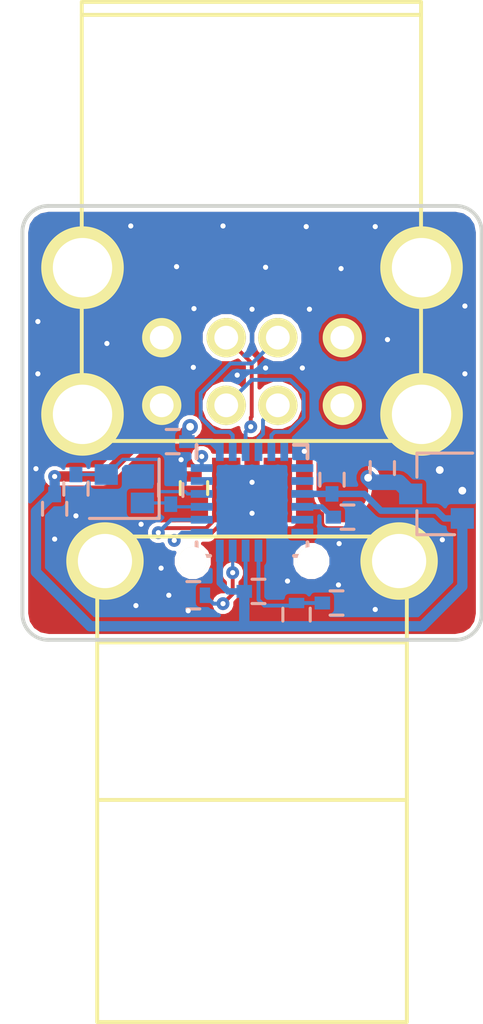
<source format=kicad_pcb>
(kicad_pcb (version 20171130) (host pcbnew 5.1.0-rc1-unknown-f1a6083~86~ubuntu18.10.1)

  (general
    (thickness 1.6)
    (drawings 9)
    (tracks 222)
    (zones 0)
    (modules 26)
    (nets 16)
  )

  (page A4)
  (layers
    (0 F.Cu signal)
    (31 B.Cu signal)
    (32 B.Adhes user)
    (33 F.Adhes user)
    (34 B.Paste user)
    (35 F.Paste user)
    (36 B.SilkS user)
    (37 F.SilkS user)
    (38 B.Mask user)
    (39 F.Mask user)
    (40 Dwgs.User user)
    (41 Cmts.User user)
    (42 Eco1.User user)
    (43 Eco2.User user)
    (44 Edge.Cuts user)
    (45 Margin user)
    (46 B.CrtYd user)
    (47 F.CrtYd user)
    (48 B.Fab user hide)
    (49 F.Fab user hide)
  )

  (setup
    (last_trace_width 0.125)
    (user_trace_width 0.125)
    (user_trace_width 0.15)
    (user_trace_width 0.2)
    (user_trace_width 0.25)
    (user_trace_width 0.4)
    (user_trace_width 0.5)
    (user_trace_width 0.6)
    (user_trace_width 0.8)
    (trace_clearance 0.125)
    (zone_clearance 0.15)
    (zone_45_only no)
    (trace_min 0.125)
    (via_size 0.5)
    (via_drill 0.3)
    (via_min_size 0.5)
    (via_min_drill 0.2)
    (user_via 0.5 0.2)
    (user_via 0.6 0.3)
    (uvia_size 0.3)
    (uvia_drill 0.1)
    (uvias_allowed no)
    (uvia_min_size 0.2)
    (uvia_min_drill 0.1)
    (edge_width 0.15)
    (segment_width 0.2)
    (pcb_text_width 0.3)
    (pcb_text_size 1.5 1.5)
    (mod_edge_width 0.15)
    (mod_text_size 1 1)
    (mod_text_width 0.15)
    (pad_size 0.5 0.5)
    (pad_drill 0.2)
    (pad_to_mask_clearance 0)
    (aux_axis_origin 0 0)
    (visible_elements FFFFFF7F)
    (pcbplotparams
      (layerselection 0x010cc_ffffffff)
      (usegerberextensions false)
      (usegerberattributes true)
      (usegerberadvancedattributes true)
      (creategerberjobfile false)
      (excludeedgelayer true)
      (linewidth 0.100000)
      (plotframeref false)
      (viasonmask false)
      (mode 1)
      (useauxorigin false)
      (hpglpennumber 1)
      (hpglpenspeed 20)
      (hpglpendiameter 15.000000)
      (psnegative false)
      (psa4output false)
      (plotreference false)
      (plotvalue false)
      (plotinvisibletext false)
      (padsonsilk false)
      (subtractmaskfromsilk true)
      (outputformat 1)
      (mirror false)
      (drillshape 0)
      (scaleselection 1)
      (outputdirectory "gerber/"))
  )

  (net 0 "")
  (net 1 +5V)
  (net 2 GND)
  (net 3 "Net-(C2-Pad1)")
  (net 4 +3V3)
  (net 5 "Net-(C4-Pad1)")
  (net 6 "Net-(C5-Pad1)")
  (net 7 "Net-(C6-Pad1)")
  (net 8 /DP_UP)
  (net 9 /DM_UP)
  (net 10 "Net-(R2-Pad1)")
  (net 11 "Net-(R3-Pad1)")
  (net 12 /DP_DN2)
  (net 13 /DM_DN2)
  (net 14 /DP_DN1)
  (net 15 /DM_DN1)

  (net_class Default "This is the default net class."
    (clearance 0.125)
    (trace_width 0.125)
    (via_dia 0.5)
    (via_drill 0.3)
    (uvia_dia 0.3)
    (uvia_drill 0.1)
    (add_net +3V3)
    (add_net +5V)
    (add_net /DM_DN1)
    (add_net /DM_DN2)
    (add_net /DM_UP)
    (add_net /DP_DN1)
    (add_net /DP_DN2)
    (add_net /DP_UP)
    (add_net GND)
    (add_net "Net-(C2-Pad1)")
    (add_net "Net-(C4-Pad1)")
    (add_net "Net-(C5-Pad1)")
    (add_net "Net-(C6-Pad1)")
    (add_net "Net-(R2-Pad1)")
    (add_net "Net-(R3-Pad1)")
  )

  (module Resistors_SMD:R_0402 (layer B.Cu) (tedit 594D004F) (tstamp 594D30AE)
    (at 149.725 99.325 90)
    (descr "Resistor SMD 0402, reflow soldering, Vishay (see dcrcw.pdf)")
    (tags "resistor 0402")
    (path /594D188C)
    (attr smd)
    (fp_text reference R1 (at 0 1.35 90) (layer B.SilkS) hide
      (effects (font (size 1 1) (thickness 0.15)) (justify mirror))
    )
    (fp_text value 100k (at 0 -1.45 90) (layer B.Fab)
      (effects (font (size 1 1) (thickness 0.15)) (justify mirror))
    )
    (fp_text user %R (at 0 1.35 90) (layer B.Fab)
      (effects (font (size 1 1) (thickness 0.15)) (justify mirror))
    )
    (fp_line (start -0.5 -0.25) (end -0.5 0.25) (layer B.Fab) (width 0.1))
    (fp_line (start 0.5 -0.25) (end -0.5 -0.25) (layer B.Fab) (width 0.1))
    (fp_line (start 0.5 0.25) (end 0.5 -0.25) (layer B.Fab) (width 0.1))
    (fp_line (start -0.5 0.25) (end 0.5 0.25) (layer B.Fab) (width 0.1))
    (fp_line (start 0.25 0.53) (end -0.25 0.53) (layer B.SilkS) (width 0.12))
    (fp_line (start -0.25 -0.53) (end 0.25 -0.53) (layer B.SilkS) (width 0.12))
    (fp_line (start -0.8 0.45) (end 0.8 0.45) (layer B.CrtYd) (width 0.05))
    (fp_line (start -0.8 0.45) (end -0.8 -0.45) (layer B.CrtYd) (width 0.05))
    (fp_line (start 0.8 -0.45) (end 0.8 0.45) (layer B.CrtYd) (width 0.05))
    (fp_line (start 0.8 -0.45) (end -0.8 -0.45) (layer B.CrtYd) (width 0.05))
    (pad 1 smd rect (at -0.45 0 90) (size 0.4 0.6) (layers B.Cu B.Paste B.Mask)
      (net 4 +3V3))
    (pad 2 smd rect (at 0.45 0 90) (size 0.4 0.6) (layers B.Cu B.Paste B.Mask)
      (net 3 "Net-(C2-Pad1)"))
    (model ${KISYS3DMOD}/Resistor_SMD.3dshapes/R_0402_1005Metric.step
      (at (xyz 0 0 0))
      (scale (xyz 1 1 1))
      (rotate (xyz 0 0 0))
    )
  )

  (module hunz:GNDVIA (layer F.Cu) (tedit 594D123E) (tstamp 594D4E05)
    (at 150.225 87.5)
    (fp_text reference REF** (at 0 1.5) (layer F.SilkS) hide
      (effects (font (size 1 1) (thickness 0.15)))
    )
    (fp_text value GNDVIA (at 0.1 -1.2) (layer F.Fab) hide
      (effects (font (size 1 1) (thickness 0.15)))
    )
    (pad "" thru_hole circle (at 0 0) (size 0.5 0.5) (drill 0.2) (layers *.Cu)
      (net 2 GND))
  )

  (module hunz:GNDVIA (layer F.Cu) (tedit 594D122E) (tstamp 594D4E01)
    (at 145.75 87.475)
    (fp_text reference REF** (at 0 1.5) (layer F.SilkS) hide
      (effects (font (size 1 1) (thickness 0.15)))
    )
    (fp_text value GNDVIA (at 0.1 -1.2) (layer F.Fab) hide
      (effects (font (size 1 1) (thickness 0.15)))
    )
    (pad "" thru_hole circle (at 0 0) (size 0.5 0.5) (drill 0.2) (layers *.Cu)
      (net 2 GND))
  )

  (module hunz:GNDVIA (layer F.Cu) (tedit 594D1239) (tstamp 594D4DFD)
    (at 148 87.5)
    (fp_text reference REF** (at 0 1.5) (layer F.SilkS) hide
      (effects (font (size 1 1) (thickness 0.15)))
    )
    (fp_text value GNDVIA (at 0.1 -1.2) (layer F.Fab) hide
      (effects (font (size 1 1) (thickness 0.15)))
    )
    (pad "" thru_hole circle (at 0 0) (size 0.5 0.5) (drill 0.2) (layers *.Cu)
      (net 2 GND))
  )

  (module hunz:GNDVIA (layer F.Cu) (tedit 594D124F) (tstamp 594D4DF9)
    (at 149.95 89.775)
    (fp_text reference REF** (at 0 1.5) (layer F.SilkS) hide
      (effects (font (size 1 1) (thickness 0.15)))
    )
    (fp_text value GNDVIA (at 0.1 -1.2) (layer F.Fab) hide
      (effects (font (size 1 1) (thickness 0.15)))
    )
    (pad "" thru_hole circle (at 0 0) (size 0.5 0.5) (drill 0.2) (layers *.Cu)
      (net 2 GND))
  )

  (module hunz:GNDVIA (layer F.Cu) (tedit 594D1244) (tstamp 594D4DF5)
    (at 145.725 89.75)
    (fp_text reference REF** (at 0 1.5) (layer F.SilkS) hide
      (effects (font (size 1 1) (thickness 0.15)))
    )
    (fp_text value GNDVIA (at 0.1 -1.2) (layer F.Fab) hide
      (effects (font (size 1 1) (thickness 0.15)))
    )
    (pad "" thru_hole circle (at 0 0) (size 0.5 0.5) (drill 0.2) (layers *.Cu)
      (net 2 GND))
  )

  (module hunz:GNDVIA (layer F.Cu) (tedit 594D1255) (tstamp 594D4D8D)
    (at 148.525 89.775)
    (fp_text reference REF** (at 0 1.5) (layer F.SilkS) hide
      (effects (font (size 1 1) (thickness 0.15)))
    )
    (fp_text value GNDVIA (at 0.1 -1.2) (layer F.Fab) hide
      (effects (font (size 1 1) (thickness 0.15)))
    )
    (pad "" thru_hole circle (at 0 0) (size 0.5 0.5) (drill 0.2) (layers *.Cu)
      (net 2 GND))
  )

  (module hunz:GNDVIA (layer F.Cu) (tedit 594D1249) (tstamp 594D4D89)
    (at 147.425 90.05)
    (fp_text reference REF** (at 0 1.5) (layer F.SilkS) hide
      (effects (font (size 1 1) (thickness 0.15)))
    )
    (fp_text value GNDVIA (at 0.1 -1.2) (layer F.Fab) hide
      (effects (font (size 1 1) (thickness 0.15)))
    )
    (pad "" thru_hole circle (at 0 0) (size 0.5 0.5) (drill 0.2) (layers *.Cu)
      (net 2 GND))
  )

  (module hunz:GNDVIA (layer F.Cu) (tedit 594D01BE) (tstamp 594D4D55)
    (at 148 95.4)
    (fp_text reference REF** (at 0 1.5) (layer F.SilkS) hide
      (effects (font (size 1 1) (thickness 0.15)))
    )
    (fp_text value GNDVIA (at 0.1 -1.2) (layer F.Fab) hide
      (effects (font (size 1 1) (thickness 0.15)))
    )
    (pad "" thru_hole circle (at 0 0) (size 0.5 0.5) (drill 0.2) (layers *.Cu *.Mask)
      (net 2 GND))
  )

  (module hunz:GNDVIA (layer F.Cu) (tedit 594D01BE) (tstamp 594D4D47)
    (at 148 94.2)
    (fp_text reference REF** (at 0 1.5) (layer F.SilkS) hide
      (effects (font (size 1 1) (thickness 0.15)))
    )
    (fp_text value GNDVIA (at 0.1 -1.2) (layer F.Fab) hide
      (effects (font (size 1 1) (thickness 0.15)))
    )
    (pad "" thru_hole circle (at 0 0) (size 0.5 0.5) (drill 0.2) (layers *.Cu *.Mask)
      (net 2 GND))
  )

  (module hunz:1175-1008-ND locked (layer F.Cu) (tedit 57D568D3) (tstamp 57C40023)
    (at 148 105)
    (path /57C0124F)
    (fp_text reference P3 (at 0.1 -6.3) (layer F.SilkS) hide
      (effects (font (size 1 1) (thickness 0.15)))
    )
    (fp_text value USB_A (at 0 -3.7) (layer F.Fab) hide
      (effects (font (size 1 1) (thickness 0.15)))
    )
    (fp_line (start -6 -4.6) (end 6 -4.6) (layer F.SilkS) (width 0.15))
    (fp_line (start -6 1.5) (end 6 1.5) (layer F.SilkS) (width 0.15))
    (fp_line (start -6 10.1) (end -6 -8.7) (layer F.SilkS) (width 0.15))
    (fp_line (start 6 10.1) (end -6 10.1) (layer F.SilkS) (width 0.15))
    (fp_line (start 6 -8.7) (end 6 10.1) (layer F.SilkS) (width 0.15))
    (fp_line (start -6 -8.7) (end 6 -8.7) (layer F.SilkS) (width 0.15))
    (pad 3 smd rect (at -1 -10.5) (size 1.1 2.5) (layers F.Cu F.Paste F.Mask)
      (net 8 /DP_UP))
    (pad 2 smd rect (at 1 -10.5) (size 1.1 2.5) (layers F.Cu F.Paste F.Mask)
      (net 9 /DM_UP))
    (pad 4 smd rect (at -3.5 -10.5) (size 1.1 2.5) (layers F.Cu F.Paste F.Mask)
      (net 2 GND))
    (pad 1 smd rect (at 3.5 -10.5) (size 1.1 2.5) (layers F.Cu F.Paste F.Mask)
      (net 1 +5V))
    (pad "" np_thru_hole circle (at -2.3 -7.75) (size 1.1 1.1) (drill 1.1) (layers *.Cu *.Mask F.SilkS))
    (pad 5 thru_hole circle (at 5.7 -7.75) (size 3 3) (drill 2.1) (layers *.Cu *.Mask F.SilkS)
      (net 2 GND))
    (pad "" np_thru_hole circle (at 2.3 -7.75) (size 1.1 1.1) (drill 1.1) (layers *.Cu *.Mask F.SilkS))
    (pad 5 thru_hole circle (at -5.7 -7.75) (size 3 3) (drill 2.1) (layers *.Cu *.Mask F.SilkS)
      (net 2 GND))
    (model /home/hunz/projects/github/hwdev/usbhub/14381.wrl
      (offset (xyz 0 0.2539999961853027 0.2539999961853027))
      (scale (xyz 4 4 4))
      (rotate (xyz -90 0 0))
    )
  )

  (module hunz:DUAL-USB locked (layer F.Cu) (tedit 594D0FC5) (tstamp 594D2881)
    (at 148 84.1 180)
    (path /594CEEC4)
    (fp_text reference U1 (at -3.1 -0.7 270) (layer F.SilkS) hide
      (effects (font (size 1 1) (thickness 0.15)))
    )
    (fp_text value DUAL-USB (at 0 4.2 180) (layer F.Fab)
      (effects (font (size 1 1) (thickness 0.15)))
    )
    (fp_line (start -6.5 8) (end 6.6 8) (layer F.SilkS) (width 0.15))
    (fp_line (start 6.55 -8.5) (end -6.55 -8.5) (layer F.SilkS) (width 0.15))
    (fp_line (start 6.6 8.5) (end 6.6 -8.5) (layer F.SilkS) (width 0.15))
    (fp_line (start -6.55 8.5) (end 6.6 8.5) (layer F.SilkS) (width 0.15))
    (fp_line (start -6.55 -8.5) (end -6.55 8.5) (layer F.SilkS) (width 0.15))
    (pad 5 thru_hole circle (at -3.5 -7.12 180) (size 1.524 1.524) (drill 0.92) (layers *.Cu *.Mask F.SilkS)
      (net 1 +5V))
    (pad 6 thru_hole circle (at -1 -7.12 180) (size 1.524 1.524) (drill 0.92) (layers *.Cu *.Mask F.SilkS)
      (net 13 /DM_DN2))
    (pad 7 thru_hole circle (at 1 -7.12 180) (size 1.524 1.524) (drill 0.92) (layers *.Cu *.Mask F.SilkS)
      (net 12 /DP_DN2))
    (pad 8 thru_hole circle (at 3.5 -7.12 180) (size 1.524 1.524) (drill 0.92) (layers *.Cu *.Mask F.SilkS)
      (net 2 GND))
    (pad 1 thru_hole circle (at -3.5 -4.5 180) (size 1.524 1.524) (drill 0.92) (layers *.Cu *.Mask F.SilkS)
      (net 1 +5V))
    (pad 2 thru_hole circle (at -1 -4.5 180) (size 1.524 1.524) (drill 0.92) (layers *.Cu *.Mask F.SilkS)
      (net 15 /DM_DN1))
    (pad 3 thru_hole circle (at 1 -4.5 180) (size 1.524 1.524) (drill 0.92) (layers *.Cu *.Mask F.SilkS)
      (net 14 /DP_DN1))
    (pad 4 thru_hole circle (at 3.5 -4.5 180) (size 1.524 1.524) (drill 0.92) (layers *.Cu *.Mask F.SilkS)
      (net 2 GND))
    (pad SH1 thru_hole circle (at -6.57 -1.79 180) (size 3.2 3.2) (drill 2.3) (layers *.Cu *.Mask F.SilkS)
      (net 2 GND))
    (pad SH2 thru_hole circle (at 6.57 -1.79 180) (size 3.2 3.2) (drill 2.3) (layers *.Cu *.Mask F.SilkS)
      (net 2 GND))
    (pad SH3 thru_hole circle (at 6.57 -7.47 180) (size 3.2 3.2) (drill 2.3) (layers *.Cu *.Mask F.SilkS)
      (net 2 GND))
    (pad SH4 thru_hole circle (at -6.57 -7.47 180) (size 3.2 3.2) (drill 2.3) (layers *.Cu *.Mask F.SilkS)
      (net 2 GND))
    (model /home/hunz/projects/github/hwdev/ca5/kicad/3d/usb_a-usb_a-2p-c.wrl
      (offset (xyz 0 -0.5799999912892739 5.079999923706055))
      (scale (xyz 3.9 3.9 3.9))
      (rotate (xyz -90 0 0))
    )
  )

  (module Capacitors_SMD:C_0402 (layer B.Cu) (tedit 594D0069) (tstamp 594D3015)
    (at 153.05 93.65 90)
    (descr "Capacitor SMD 0402, reflow soldering, AVX (see smccp.pdf)")
    (tags "capacitor 0402")
    (path /594CF8AE)
    (attr smd)
    (fp_text reference C1 (at 0 1.27 90) (layer B.SilkS) hide
      (effects (font (size 1 1) (thickness 0.15)) (justify mirror))
    )
    (fp_text value 1u (at 0 -1.27 90) (layer B.Fab)
      (effects (font (size 1 1) (thickness 0.15)) (justify mirror))
    )
    (fp_text user %R (at 0 1.27 90) (layer B.Fab)
      (effects (font (size 1 1) (thickness 0.15)) (justify mirror))
    )
    (fp_line (start -0.5 -0.25) (end -0.5 0.25) (layer B.Fab) (width 0.1))
    (fp_line (start 0.5 -0.25) (end -0.5 -0.25) (layer B.Fab) (width 0.1))
    (fp_line (start 0.5 0.25) (end 0.5 -0.25) (layer B.Fab) (width 0.1))
    (fp_line (start -0.5 0.25) (end 0.5 0.25) (layer B.Fab) (width 0.1))
    (fp_line (start 0.25 0.47) (end -0.25 0.47) (layer B.SilkS) (width 0.12))
    (fp_line (start -0.25 -0.47) (end 0.25 -0.47) (layer B.SilkS) (width 0.12))
    (fp_line (start -1 0.4) (end 1 0.4) (layer B.CrtYd) (width 0.05))
    (fp_line (start -1 0.4) (end -1 -0.4) (layer B.CrtYd) (width 0.05))
    (fp_line (start 1 -0.4) (end 1 0.4) (layer B.CrtYd) (width 0.05))
    (fp_line (start 1 -0.4) (end -1 -0.4) (layer B.CrtYd) (width 0.05))
    (pad 1 smd rect (at -0.55 0 90) (size 0.6 0.5) (layers B.Cu B.Paste B.Mask)
      (net 1 +5V))
    (pad 2 smd rect (at 0.55 0 90) (size 0.6 0.5) (layers B.Cu B.Paste B.Mask)
      (net 2 GND))
    (model ${KISYS3DMOD}/Capacitor_SMD.3dshapes/C_0402_1005Metric.step
      (at (xyz 0 0 0))
      (scale (xyz 1 1 1))
      (rotate (xyz 0 0 0))
    )
  )

  (module Capacitors_SMD:C_0402 (layer B.Cu) (tedit 594D0056) (tstamp 594D3026)
    (at 151.275 98.875)
    (descr "Capacitor SMD 0402, reflow soldering, AVX (see smccp.pdf)")
    (tags "capacitor 0402")
    (path /594D17AF)
    (attr smd)
    (fp_text reference C2 (at 0 1.27) (layer B.SilkS) hide
      (effects (font (size 1 1) (thickness 0.15)) (justify mirror))
    )
    (fp_text value 0.1u (at 0 -1.27) (layer B.Fab)
      (effects (font (size 1 1) (thickness 0.15)) (justify mirror))
    )
    (fp_line (start 1 -0.4) (end -1 -0.4) (layer B.CrtYd) (width 0.05))
    (fp_line (start 1 -0.4) (end 1 0.4) (layer B.CrtYd) (width 0.05))
    (fp_line (start -1 0.4) (end -1 -0.4) (layer B.CrtYd) (width 0.05))
    (fp_line (start -1 0.4) (end 1 0.4) (layer B.CrtYd) (width 0.05))
    (fp_line (start -0.25 -0.47) (end 0.25 -0.47) (layer B.SilkS) (width 0.12))
    (fp_line (start 0.25 0.47) (end -0.25 0.47) (layer B.SilkS) (width 0.12))
    (fp_line (start -0.5 0.25) (end 0.5 0.25) (layer B.Fab) (width 0.1))
    (fp_line (start 0.5 0.25) (end 0.5 -0.25) (layer B.Fab) (width 0.1))
    (fp_line (start 0.5 -0.25) (end -0.5 -0.25) (layer B.Fab) (width 0.1))
    (fp_line (start -0.5 -0.25) (end -0.5 0.25) (layer B.Fab) (width 0.1))
    (fp_text user %R (at 0 1.27) (layer B.Fab)
      (effects (font (size 1 1) (thickness 0.15)) (justify mirror))
    )
    (pad 2 smd rect (at 0.55 0) (size 0.6 0.5) (layers B.Cu B.Paste B.Mask)
      (net 2 GND))
    (pad 1 smd rect (at -0.55 0) (size 0.6 0.5) (layers B.Cu B.Paste B.Mask)
      (net 3 "Net-(C2-Pad1)"))
    (model ${KISYS3DMOD}/Capacitor_SMD.3dshapes/C_0402_1005Metric.step
      (at (xyz 0 0 0))
      (scale (xyz 1 1 1))
      (rotate (xyz 0 0 0))
    )
  )

  (module Capacitors_SMD:C_0402 (layer B.Cu) (tedit 594D005A) (tstamp 594D3037)
    (at 140.35 95.225 270)
    (descr "Capacitor SMD 0402, reflow soldering, AVX (see smccp.pdf)")
    (tags "capacitor 0402")
    (path /594CF825)
    (attr smd)
    (fp_text reference C3 (at 0 1.27 270) (layer B.SilkS) hide
      (effects (font (size 1 1) (thickness 0.15)) (justify mirror))
    )
    (fp_text value 1u (at 0 -1.27 270) (layer B.Fab)
      (effects (font (size 1 1) (thickness 0.15)) (justify mirror))
    )
    (fp_line (start 1 -0.4) (end -1 -0.4) (layer B.CrtYd) (width 0.05))
    (fp_line (start 1 -0.4) (end 1 0.4) (layer B.CrtYd) (width 0.05))
    (fp_line (start -1 0.4) (end -1 -0.4) (layer B.CrtYd) (width 0.05))
    (fp_line (start -1 0.4) (end 1 0.4) (layer B.CrtYd) (width 0.05))
    (fp_line (start -0.25 -0.47) (end 0.25 -0.47) (layer B.SilkS) (width 0.12))
    (fp_line (start 0.25 0.47) (end -0.25 0.47) (layer B.SilkS) (width 0.12))
    (fp_line (start -0.5 0.25) (end 0.5 0.25) (layer B.Fab) (width 0.1))
    (fp_line (start 0.5 0.25) (end 0.5 -0.25) (layer B.Fab) (width 0.1))
    (fp_line (start 0.5 -0.25) (end -0.5 -0.25) (layer B.Fab) (width 0.1))
    (fp_line (start -0.5 -0.25) (end -0.5 0.25) (layer B.Fab) (width 0.1))
    (fp_text user %R (at 0 1.27 270) (layer B.Fab)
      (effects (font (size 1 1) (thickness 0.15)) (justify mirror))
    )
    (pad 2 smd rect (at 0.55 0 270) (size 0.6 0.5) (layers B.Cu B.Paste B.Mask)
      (net 2 GND))
    (pad 1 smd rect (at -0.55 0 270) (size 0.6 0.5) (layers B.Cu B.Paste B.Mask)
      (net 4 +3V3))
    (model ${KISYS3DMOD}/Capacitor_SMD.3dshapes/C_0402_1005Metric.step
      (at (xyz 0 0 0))
      (scale (xyz 1 1 1))
      (rotate (xyz 0 0 0))
    )
  )

  (module Capacitors_SMD:C_0402 (layer B.Cu) (tedit 594D0082) (tstamp 594D3048)
    (at 144.85 94.5 90)
    (descr "Capacitor SMD 0402, reflow soldering, AVX (see smccp.pdf)")
    (tags "capacitor 0402")
    (path /594D141B)
    (attr smd)
    (fp_text reference C4 (at 0 1.27 90) (layer B.SilkS) hide
      (effects (font (size 1 1) (thickness 0.15)) (justify mirror))
    )
    (fp_text value 1u (at 0 -1.27 90) (layer B.Fab)
      (effects (font (size 1 1) (thickness 0.15)) (justify mirror))
    )
    (fp_text user %R (at 0 1.27 90) (layer B.Fab)
      (effects (font (size 1 1) (thickness 0.15)) (justify mirror))
    )
    (fp_line (start -0.5 -0.25) (end -0.5 0.25) (layer B.Fab) (width 0.1))
    (fp_line (start 0.5 -0.25) (end -0.5 -0.25) (layer B.Fab) (width 0.1))
    (fp_line (start 0.5 0.25) (end 0.5 -0.25) (layer B.Fab) (width 0.1))
    (fp_line (start -0.5 0.25) (end 0.5 0.25) (layer B.Fab) (width 0.1))
    (fp_line (start 0.25 0.47) (end -0.25 0.47) (layer B.SilkS) (width 0.12))
    (fp_line (start -0.25 -0.47) (end 0.25 -0.47) (layer B.SilkS) (width 0.12))
    (fp_line (start -1 0.4) (end 1 0.4) (layer B.CrtYd) (width 0.05))
    (fp_line (start -1 0.4) (end -1 -0.4) (layer B.CrtYd) (width 0.05))
    (fp_line (start 1 -0.4) (end 1 0.4) (layer B.CrtYd) (width 0.05))
    (fp_line (start 1 -0.4) (end -1 -0.4) (layer B.CrtYd) (width 0.05))
    (pad 1 smd rect (at -0.55 0 90) (size 0.6 0.5) (layers B.Cu B.Paste B.Mask)
      (net 5 "Net-(C4-Pad1)"))
    (pad 2 smd rect (at 0.55 0 90) (size 0.6 0.5) (layers B.Cu B.Paste B.Mask)
      (net 2 GND))
    (model ${KISYS3DMOD}/Capacitor_SMD.3dshapes/C_0402_1005Metric.step
      (at (xyz 0 0 0))
      (scale (xyz 1 1 1))
      (rotate (xyz 0 0 0))
    )
  )

  (module Capacitors_SMD:C_0402 (layer B.Cu) (tedit 594D0043) (tstamp 594D3059)
    (at 141.175 94.45 270)
    (descr "Capacitor SMD 0402, reflow soldering, AVX (see smccp.pdf)")
    (tags "capacitor 0402")
    (path /594D1384)
    (attr smd)
    (fp_text reference C5 (at 0 1.27 270) (layer B.SilkS) hide
      (effects (font (size 1 1) (thickness 0.15)) (justify mirror))
    )
    (fp_text value 1u (at 0 -1.27 270) (layer B.Fab)
      (effects (font (size 1 1) (thickness 0.15)) (justify mirror))
    )
    (fp_line (start 1 -0.4) (end -1 -0.4) (layer B.CrtYd) (width 0.05))
    (fp_line (start 1 -0.4) (end 1 0.4) (layer B.CrtYd) (width 0.05))
    (fp_line (start -1 0.4) (end -1 -0.4) (layer B.CrtYd) (width 0.05))
    (fp_line (start -1 0.4) (end 1 0.4) (layer B.CrtYd) (width 0.05))
    (fp_line (start -0.25 -0.47) (end 0.25 -0.47) (layer B.SilkS) (width 0.12))
    (fp_line (start 0.25 0.47) (end -0.25 0.47) (layer B.SilkS) (width 0.12))
    (fp_line (start -0.5 0.25) (end 0.5 0.25) (layer B.Fab) (width 0.1))
    (fp_line (start 0.5 0.25) (end 0.5 -0.25) (layer B.Fab) (width 0.1))
    (fp_line (start 0.5 -0.25) (end -0.5 -0.25) (layer B.Fab) (width 0.1))
    (fp_line (start -0.5 -0.25) (end -0.5 0.25) (layer B.Fab) (width 0.1))
    (fp_text user %R (at 0 1.27 270) (layer B.Fab)
      (effects (font (size 1 1) (thickness 0.15)) (justify mirror))
    )
    (pad 2 smd rect (at 0.55 0 270) (size 0.6 0.5) (layers B.Cu B.Paste B.Mask)
      (net 2 GND))
    (pad 1 smd rect (at -0.55 0 270) (size 0.6 0.5) (layers B.Cu B.Paste B.Mask)
      (net 6 "Net-(C5-Pad1)"))
    (model ${KISYS3DMOD}/Capacitor_SMD.3dshapes/C_0402_1005Metric.step
      (at (xyz 0 0 0))
      (scale (xyz 1 1 1))
      (rotate (xyz 0 0 0))
    )
  )

  (module Capacitors_SMD:C_0402 (layer B.Cu) (tedit 594D005E) (tstamp 594D306A)
    (at 151.7 95.55)
    (descr "Capacitor SMD 0402, reflow soldering, AVX (see smccp.pdf)")
    (tags "capacitor 0402")
    (path /594D0BDF)
    (attr smd)
    (fp_text reference C6 (at 0 1.27) (layer B.SilkS) hide
      (effects (font (size 1 1) (thickness 0.15)) (justify mirror))
    )
    (fp_text value 1u (at 0 -1.27) (layer B.Fab)
      (effects (font (size 1 1) (thickness 0.15)) (justify mirror))
    )
    (fp_text user %R (at 0 1.27) (layer B.Fab)
      (effects (font (size 1 1) (thickness 0.15)) (justify mirror))
    )
    (fp_line (start -0.5 -0.25) (end -0.5 0.25) (layer B.Fab) (width 0.1))
    (fp_line (start 0.5 -0.25) (end -0.5 -0.25) (layer B.Fab) (width 0.1))
    (fp_line (start 0.5 0.25) (end 0.5 -0.25) (layer B.Fab) (width 0.1))
    (fp_line (start -0.5 0.25) (end 0.5 0.25) (layer B.Fab) (width 0.1))
    (fp_line (start 0.25 0.47) (end -0.25 0.47) (layer B.SilkS) (width 0.12))
    (fp_line (start -0.25 -0.47) (end 0.25 -0.47) (layer B.SilkS) (width 0.12))
    (fp_line (start -1 0.4) (end 1 0.4) (layer B.CrtYd) (width 0.05))
    (fp_line (start -1 0.4) (end -1 -0.4) (layer B.CrtYd) (width 0.05))
    (fp_line (start 1 -0.4) (end 1 0.4) (layer B.CrtYd) (width 0.05))
    (fp_line (start 1 -0.4) (end -1 -0.4) (layer B.CrtYd) (width 0.05))
    (pad 1 smd rect (at -0.55 0) (size 0.6 0.5) (layers B.Cu B.Paste B.Mask)
      (net 7 "Net-(C6-Pad1)"))
    (pad 2 smd rect (at 0.55 0) (size 0.6 0.5) (layers B.Cu B.Paste B.Mask)
      (net 2 GND))
    (model ${KISYS3DMOD}/Capacitor_SMD.3dshapes/C_0402_1005Metric.step
      (at (xyz 0 0 0))
      (scale (xyz 1 1 1))
      (rotate (xyz 0 0 0))
    )
  )

  (module Capacitors_SMD:C_0402 (layer B.Cu) (tedit 594D0053) (tstamp 594D307B)
    (at 148.25 98.425)
    (descr "Capacitor SMD 0402, reflow soldering, AVX (see smccp.pdf)")
    (tags "capacitor 0402")
    (path /594D091D)
    (attr smd)
    (fp_text reference C7 (at 0 1.27) (layer B.SilkS) hide
      (effects (font (size 1 1) (thickness 0.15)) (justify mirror))
    )
    (fp_text value 1u (at 0 -1.27) (layer B.Fab)
      (effects (font (size 1 1) (thickness 0.15)) (justify mirror))
    )
    (fp_line (start 1 -0.4) (end -1 -0.4) (layer B.CrtYd) (width 0.05))
    (fp_line (start 1 -0.4) (end 1 0.4) (layer B.CrtYd) (width 0.05))
    (fp_line (start -1 0.4) (end -1 -0.4) (layer B.CrtYd) (width 0.05))
    (fp_line (start -1 0.4) (end 1 0.4) (layer B.CrtYd) (width 0.05))
    (fp_line (start -0.25 -0.47) (end 0.25 -0.47) (layer B.SilkS) (width 0.12))
    (fp_line (start 0.25 0.47) (end -0.25 0.47) (layer B.SilkS) (width 0.12))
    (fp_line (start -0.5 0.25) (end 0.5 0.25) (layer B.Fab) (width 0.1))
    (fp_line (start 0.5 0.25) (end 0.5 -0.25) (layer B.Fab) (width 0.1))
    (fp_line (start 0.5 -0.25) (end -0.5 -0.25) (layer B.Fab) (width 0.1))
    (fp_line (start -0.5 -0.25) (end -0.5 0.25) (layer B.Fab) (width 0.1))
    (fp_text user %R (at 0 1.27) (layer B.Fab)
      (effects (font (size 1 1) (thickness 0.15)) (justify mirror))
    )
    (pad 2 smd rect (at 0.55 0) (size 0.6 0.5) (layers B.Cu B.Paste B.Mask)
      (net 2 GND))
    (pad 1 smd rect (at -0.55 0) (size 0.6 0.5) (layers B.Cu B.Paste B.Mask)
      (net 4 +3V3))
    (model ${KISYS3DMOD}/Capacitor_SMD.3dshapes/C_0402_1005Metric.step
      (at (xyz 0 0 0))
      (scale (xyz 1 1 1))
      (rotate (xyz 0 0 0))
    )
  )

  (module Capacitors_SMD:C_0402 (layer B.Cu) (tedit 594D0079) (tstamp 594D308C)
    (at 151.1 94.1 90)
    (descr "Capacitor SMD 0402, reflow soldering, AVX (see smccp.pdf)")
    (tags "capacitor 0402")
    (path /594D09BD)
    (attr smd)
    (fp_text reference C8 (at 0 1.27 90) (layer B.SilkS) hide
      (effects (font (size 1 1) (thickness 0.15)) (justify mirror))
    )
    (fp_text value 1u (at 0 -1.27 90) (layer B.Fab)
      (effects (font (size 1 1) (thickness 0.15)) (justify mirror))
    )
    (fp_text user %R (at 0 1.27 90) (layer B.Fab)
      (effects (font (size 1 1) (thickness 0.15)) (justify mirror))
    )
    (fp_line (start -0.5 -0.25) (end -0.5 0.25) (layer B.Fab) (width 0.1))
    (fp_line (start 0.5 -0.25) (end -0.5 -0.25) (layer B.Fab) (width 0.1))
    (fp_line (start 0.5 0.25) (end 0.5 -0.25) (layer B.Fab) (width 0.1))
    (fp_line (start -0.5 0.25) (end 0.5 0.25) (layer B.Fab) (width 0.1))
    (fp_line (start 0.25 0.47) (end -0.25 0.47) (layer B.SilkS) (width 0.12))
    (fp_line (start -0.25 -0.47) (end 0.25 -0.47) (layer B.SilkS) (width 0.12))
    (fp_line (start -1 0.4) (end 1 0.4) (layer B.CrtYd) (width 0.05))
    (fp_line (start -1 0.4) (end -1 -0.4) (layer B.CrtYd) (width 0.05))
    (fp_line (start 1 -0.4) (end 1 0.4) (layer B.CrtYd) (width 0.05))
    (fp_line (start 1 -0.4) (end -1 -0.4) (layer B.CrtYd) (width 0.05))
    (pad 1 smd rect (at -0.55 0 90) (size 0.6 0.5) (layers B.Cu B.Paste B.Mask)
      (net 4 +3V3))
    (pad 2 smd rect (at 0.55 0 90) (size 0.6 0.5) (layers B.Cu B.Paste B.Mask)
      (net 2 GND))
    (model ${KISYS3DMOD}/Capacitor_SMD.3dshapes/C_0402_1005Metric.step
      (at (xyz 0 0 0))
      (scale (xyz 1 1 1))
      (rotate (xyz 0 0 0))
    )
  )

  (module Capacitors_SMD:C_0402 (layer B.Cu) (tedit 594D004B) (tstamp 594D309D)
    (at 144.925 92.625 180)
    (descr "Capacitor SMD 0402, reflow soldering, AVX (see smccp.pdf)")
    (tags "capacitor 0402")
    (path /594D0A0F)
    (attr smd)
    (fp_text reference C9 (at 0 1.27 180) (layer B.SilkS) hide
      (effects (font (size 1 1) (thickness 0.15)) (justify mirror))
    )
    (fp_text value 0.1u (at 0 -1.27 180) (layer B.Fab)
      (effects (font (size 1 1) (thickness 0.15)) (justify mirror))
    )
    (fp_line (start 1 -0.4) (end -1 -0.4) (layer B.CrtYd) (width 0.05))
    (fp_line (start 1 -0.4) (end 1 0.4) (layer B.CrtYd) (width 0.05))
    (fp_line (start -1 0.4) (end -1 -0.4) (layer B.CrtYd) (width 0.05))
    (fp_line (start -1 0.4) (end 1 0.4) (layer B.CrtYd) (width 0.05))
    (fp_line (start -0.25 -0.47) (end 0.25 -0.47) (layer B.SilkS) (width 0.12))
    (fp_line (start 0.25 0.47) (end -0.25 0.47) (layer B.SilkS) (width 0.12))
    (fp_line (start -0.5 0.25) (end 0.5 0.25) (layer B.Fab) (width 0.1))
    (fp_line (start 0.5 0.25) (end 0.5 -0.25) (layer B.Fab) (width 0.1))
    (fp_line (start 0.5 -0.25) (end -0.5 -0.25) (layer B.Fab) (width 0.1))
    (fp_line (start -0.5 -0.25) (end -0.5 0.25) (layer B.Fab) (width 0.1))
    (fp_text user %R (at 0 1.27 180) (layer B.Fab)
      (effects (font (size 1 1) (thickness 0.15)) (justify mirror))
    )
    (pad 2 smd rect (at 0.55 0 180) (size 0.6 0.5) (layers B.Cu B.Paste B.Mask)
      (net 2 GND))
    (pad 1 smd rect (at -0.55 0 180) (size 0.6 0.5) (layers B.Cu B.Paste B.Mask)
      (net 4 +3V3))
    (model ${KISYS3DMOD}/Capacitor_SMD.3dshapes/C_0402_1005Metric.step
      (at (xyz 0 0 0))
      (scale (xyz 1 1 1))
      (rotate (xyz 0 0 0))
    )
  )

  (module Resistors_SMD:R_0402 (layer B.Cu) (tedit 594D008C) (tstamp 594D30BF)
    (at 145.725 98.575 180)
    (descr "Resistor SMD 0402, reflow soldering, Vishay (see dcrcw.pdf)")
    (tags "resistor 0402")
    (path /594D1E7F)
    (attr smd)
    (fp_text reference R2 (at 0 1.35 180) (layer B.SilkS) hide
      (effects (font (size 1 1) (thickness 0.15)) (justify mirror))
    )
    (fp_text value 100k (at 0 -1.45 180) (layer B.Fab)
      (effects (font (size 1 1) (thickness 0.15)) (justify mirror))
    )
    (fp_line (start 0.8 -0.45) (end -0.8 -0.45) (layer B.CrtYd) (width 0.05))
    (fp_line (start 0.8 -0.45) (end 0.8 0.45) (layer B.CrtYd) (width 0.05))
    (fp_line (start -0.8 0.45) (end -0.8 -0.45) (layer B.CrtYd) (width 0.05))
    (fp_line (start -0.8 0.45) (end 0.8 0.45) (layer B.CrtYd) (width 0.05))
    (fp_line (start -0.25 -0.53) (end 0.25 -0.53) (layer B.SilkS) (width 0.12))
    (fp_line (start 0.25 0.53) (end -0.25 0.53) (layer B.SilkS) (width 0.12))
    (fp_line (start -0.5 0.25) (end 0.5 0.25) (layer B.Fab) (width 0.1))
    (fp_line (start 0.5 0.25) (end 0.5 -0.25) (layer B.Fab) (width 0.1))
    (fp_line (start 0.5 -0.25) (end -0.5 -0.25) (layer B.Fab) (width 0.1))
    (fp_line (start -0.5 -0.25) (end -0.5 0.25) (layer B.Fab) (width 0.1))
    (fp_text user %R (at 0 1.35 180) (layer B.Fab)
      (effects (font (size 1 1) (thickness 0.15)) (justify mirror))
    )
    (pad 2 smd rect (at 0.45 0 180) (size 0.4 0.6) (layers B.Cu B.Paste B.Mask)
      (net 2 GND))
    (pad 1 smd rect (at -0.45 0 180) (size 0.4 0.6) (layers B.Cu B.Paste B.Mask)
      (net 10 "Net-(R2-Pad1)"))
    (model ${KISYS3DMOD}/Resistor_SMD.3dshapes/R_0402_1005Metric.step
      (at (xyz 0 0 0))
      (scale (xyz 1 1 1))
      (rotate (xyz 0 0 0))
    )
  )

  (module Resistors_SMD:R_0402 (layer F.Cu) (tedit 594CFF2E) (tstamp 594D30D0)
    (at 145.75 94.425 270)
    (descr "Resistor SMD 0402, reflow soldering, Vishay (see dcrcw.pdf)")
    (tags "resistor 0402")
    (path /594D0CAA)
    (attr smd)
    (fp_text reference R3 (at 0 -1.35 270) (layer F.SilkS) hide
      (effects (font (size 1 1) (thickness 0.15)))
    )
    (fp_text value 12k (at 0 1.45 270) (layer F.Fab)
      (effects (font (size 1 1) (thickness 0.15)))
    )
    (fp_line (start 0.8 0.45) (end -0.8 0.45) (layer F.CrtYd) (width 0.05))
    (fp_line (start 0.8 0.45) (end 0.8 -0.45) (layer F.CrtYd) (width 0.05))
    (fp_line (start -0.8 -0.45) (end -0.8 0.45) (layer F.CrtYd) (width 0.05))
    (fp_line (start -0.8 -0.45) (end 0.8 -0.45) (layer F.CrtYd) (width 0.05))
    (fp_line (start -0.25 0.53) (end 0.25 0.53) (layer F.SilkS) (width 0.12))
    (fp_line (start 0.25 -0.53) (end -0.25 -0.53) (layer F.SilkS) (width 0.12))
    (fp_line (start -0.5 -0.25) (end 0.5 -0.25) (layer F.Fab) (width 0.1))
    (fp_line (start 0.5 -0.25) (end 0.5 0.25) (layer F.Fab) (width 0.1))
    (fp_line (start 0.5 0.25) (end -0.5 0.25) (layer F.Fab) (width 0.1))
    (fp_line (start -0.5 0.25) (end -0.5 -0.25) (layer F.Fab) (width 0.1))
    (fp_text user %R (at 0 -1.35 270) (layer F.Fab)
      (effects (font (size 1 1) (thickness 0.15)))
    )
    (pad 2 smd rect (at 0.45 0 270) (size 0.4 0.6) (layers F.Cu F.Paste F.Mask)
      (net 2 GND))
    (pad 1 smd rect (at -0.45 0 270) (size 0.4 0.6) (layers F.Cu F.Paste F.Mask)
      (net 11 "Net-(R3-Pad1)"))
    (model ${KISYS3DMOD}/Resistor_SMD.3dshapes/R_0402_1005Metric.step
      (at (xyz 0 0 0))
      (scale (xyz 1 1 1))
      (rotate (xyz 0 0 0))
    )
  )

  (module TO_SOT_Packages_SMD:SOT-23 (layer B.Cu) (tedit 594D0074) (tstamp 594D30E5)
    (at 155.15 94.65 180)
    (descr "SOT-23, Standard")
    (tags SOT-23)
    (path /594CF5FC)
    (attr smd)
    (fp_text reference U2 (at 0 2.5 180) (layer B.SilkS) hide
      (effects (font (size 1 1) (thickness 0.15)) (justify mirror))
    )
    (fp_text value AP7313SR (at 0 -2.5 180) (layer B.Fab)
      (effects (font (size 1 1) (thickness 0.15)) (justify mirror))
    )
    (fp_line (start 0.76 -1.58) (end -0.7 -1.58) (layer B.SilkS) (width 0.12))
    (fp_line (start 0.76 1.58) (end -1.4 1.58) (layer B.SilkS) (width 0.12))
    (fp_line (start -1.7 -1.75) (end -1.7 1.75) (layer B.CrtYd) (width 0.05))
    (fp_line (start 1.7 -1.75) (end -1.7 -1.75) (layer B.CrtYd) (width 0.05))
    (fp_line (start 1.7 1.75) (end 1.7 -1.75) (layer B.CrtYd) (width 0.05))
    (fp_line (start -1.7 1.75) (end 1.7 1.75) (layer B.CrtYd) (width 0.05))
    (fp_line (start 0.76 1.58) (end 0.76 0.65) (layer B.SilkS) (width 0.12))
    (fp_line (start 0.76 -1.58) (end 0.76 -0.65) (layer B.SilkS) (width 0.12))
    (fp_line (start -0.7 -1.52) (end 0.7 -1.52) (layer B.Fab) (width 0.1))
    (fp_line (start 0.7 1.52) (end 0.7 -1.52) (layer B.Fab) (width 0.1))
    (fp_line (start -0.7 0.95) (end -0.15 1.52) (layer B.Fab) (width 0.1))
    (fp_line (start -0.15 1.52) (end 0.7 1.52) (layer B.Fab) (width 0.1))
    (fp_line (start -0.7 0.95) (end -0.7 -1.5) (layer B.Fab) (width 0.1))
    (fp_text user %R (at 0 0 180) (layer B.Fab)
      (effects (font (size 0.5 0.5) (thickness 0.075)) (justify mirror))
    )
    (pad 3 smd rect (at 1 0 180) (size 0.9 0.8) (layers B.Cu B.Paste B.Mask)
      (net 1 +5V))
    (pad 2 smd rect (at -1 -0.95 180) (size 0.9 0.8) (layers B.Cu B.Paste B.Mask)
      (net 4 +3V3))
    (pad 1 smd rect (at -1 0.95 180) (size 0.9 0.8) (layers B.Cu B.Paste B.Mask)
      (net 2 GND))
    (model ${KISYS3DMOD}/Package_TO_SOT_SMD.3dshapes/SOT-23.step
      (at (xyz 0 0 0))
      (scale (xyz 1 1 1))
      (rotate (xyz 0 0 0))
    )
  )

  (module Housings_DFN_QFN:QFN-24-1EP_4x4mm_Pitch0.5mm (layer B.Cu) (tedit 594D007E) (tstamp 594D3115)
    (at 148 94.9 270)
    (descr "24-Lead Plastic Quad Flat, No Lead Package (MJ) - 4x4x0.9 mm Body [QFN]; (see Microchip Packaging Specification 00000049BS.pdf)")
    (tags "QFN 0.5")
    (path /594D0390)
    (attr smd)
    (fp_text reference U3 (at 0 3.375 270) (layer B.SilkS) hide
      (effects (font (size 1 1) (thickness 0.15)) (justify mirror))
    )
    (fp_text value USB2422 (at 0 -3.375 270) (layer B.Fab)
      (effects (font (size 1 1) (thickness 0.15)) (justify mirror))
    )
    (fp_line (start 2.15 2.15) (end 1.625 2.15) (layer B.SilkS) (width 0.15))
    (fp_line (start 2.15 -2.15) (end 1.625 -2.15) (layer B.SilkS) (width 0.15))
    (fp_line (start -2.15 -2.15) (end -1.625 -2.15) (layer B.SilkS) (width 0.15))
    (fp_line (start -2.15 2.15) (end -1.625 2.15) (layer B.SilkS) (width 0.15))
    (fp_line (start 2.15 -2.15) (end 2.15 -1.625) (layer B.SilkS) (width 0.15))
    (fp_line (start -2.15 -2.15) (end -2.15 -1.625) (layer B.SilkS) (width 0.15))
    (fp_line (start 2.15 2.15) (end 2.15 1.625) (layer B.SilkS) (width 0.15))
    (fp_line (start -2.65 -2.65) (end 2.65 -2.65) (layer B.CrtYd) (width 0.05))
    (fp_line (start -2.65 2.65) (end 2.65 2.65) (layer B.CrtYd) (width 0.05))
    (fp_line (start 2.65 2.65) (end 2.65 -2.65) (layer B.CrtYd) (width 0.05))
    (fp_line (start -2.65 2.65) (end -2.65 -2.65) (layer B.CrtYd) (width 0.05))
    (fp_line (start -2 1) (end -1 2) (layer B.Fab) (width 0.15))
    (fp_line (start -2 -2) (end -2 1) (layer B.Fab) (width 0.15))
    (fp_line (start 2 -2) (end -2 -2) (layer B.Fab) (width 0.15))
    (fp_line (start 2 2) (end 2 -2) (layer B.Fab) (width 0.15))
    (fp_line (start -1 2) (end 2 2) (layer B.Fab) (width 0.15))
    (pad 25 smd rect (at -0.65 0.65 270) (size 1.3 1.3) (layers B.Cu B.Paste B.Mask)
      (net 2 GND) (solder_paste_margin_ratio -0.2))
    (pad 25 smd rect (at -0.65 -0.65 270) (size 1.3 1.3) (layers B.Cu B.Paste B.Mask)
      (net 2 GND) (solder_paste_margin_ratio -0.2))
    (pad 25 smd rect (at 0.65 0.65 270) (size 1.3 1.3) (layers B.Cu B.Paste B.Mask)
      (net 2 GND) (solder_paste_margin_ratio -0.2))
    (pad 25 smd rect (at 0.65 -0.65 270) (size 1.3 1.3) (layers B.Cu B.Paste B.Mask)
      (net 2 GND) (solder_paste_margin_ratio -0.2))
    (pad 24 smd rect (at -1.25 1.95 180) (size 0.85 0.3) (layers B.Cu B.Paste B.Mask)
      (net 11 "Net-(R3-Pad1)"))
    (pad 23 smd rect (at -0.75 1.95 180) (size 0.85 0.3) (layers B.Cu B.Paste B.Mask))
    (pad 22 smd rect (at -0.25 1.95 180) (size 0.85 0.3) (layers B.Cu B.Paste B.Mask)
      (net 6 "Net-(C5-Pad1)"))
    (pad 21 smd rect (at 0.25 1.95 180) (size 0.85 0.3) (layers B.Cu B.Paste B.Mask)
      (net 5 "Net-(C4-Pad1)"))
    (pad 20 smd rect (at 0.75 1.95 180) (size 0.85 0.3) (layers B.Cu B.Paste B.Mask)
      (net 8 /DP_UP))
    (pad 19 smd rect (at 1.25 1.95 180) (size 0.85 0.3) (layers B.Cu B.Paste B.Mask)
      (net 9 /DM_UP))
    (pad 18 smd rect (at 1.95 1.25 270) (size 0.85 0.3) (layers B.Cu B.Paste B.Mask)
      (net 4 +3V3))
    (pad 17 smd rect (at 1.95 0.75 270) (size 0.85 0.3) (layers B.Cu B.Paste B.Mask)
      (net 10 "Net-(R2-Pad1)"))
    (pad 16 smd rect (at 1.95 0.25 270) (size 0.85 0.3) (layers B.Cu B.Paste B.Mask)
      (net 4 +3V3))
    (pad 15 smd rect (at 1.95 -0.25 270) (size 0.85 0.3) (layers B.Cu B.Paste B.Mask)
      (net 3 "Net-(C2-Pad1)"))
    (pad 14 smd rect (at 1.95 -0.75 270) (size 0.85 0.3) (layers B.Cu B.Paste B.Mask)
      (net 2 GND))
    (pad 13 smd rect (at 1.95 -1.25 270) (size 0.85 0.3) (layers B.Cu B.Paste B.Mask)
      (net 2 GND))
    (pad 12 smd rect (at 1.25 -1.95 180) (size 0.85 0.3) (layers B.Cu B.Paste B.Mask))
    (pad 11 smd rect (at 0.75 -1.95 180) (size 0.85 0.3) (layers B.Cu B.Paste B.Mask))
    (pad 10 smd rect (at 0.25 -1.95 180) (size 0.85 0.3) (layers B.Cu B.Paste B.Mask)
      (net 7 "Net-(C6-Pad1)"))
    (pad 9 smd rect (at -0.25 -1.95 180) (size 0.85 0.3) (layers B.Cu B.Paste B.Mask)
      (net 4 +3V3))
    (pad 8 smd rect (at -0.75 -1.95 180) (size 0.85 0.3) (layers B.Cu B.Paste B.Mask))
    (pad 7 smd rect (at -1.25 -1.95 180) (size 0.85 0.3) (layers B.Cu B.Paste B.Mask))
    (pad 6 smd rect (at -1.95 -1.25 270) (size 0.85 0.3) (layers B.Cu B.Paste B.Mask))
    (pad 5 smd rect (at -1.95 -0.75 270) (size 0.85 0.3) (layers B.Cu B.Paste B.Mask)
      (net 12 /DP_DN2))
    (pad 4 smd rect (at -1.95 -0.25 270) (size 0.85 0.3) (layers B.Cu B.Paste B.Mask)
      (net 13 /DM_DN2))
    (pad 3 smd rect (at -1.95 0.25 270) (size 0.85 0.3) (layers B.Cu B.Paste B.Mask)
      (net 14 /DP_DN1))
    (pad 2 smd rect (at -1.95 0.75 270) (size 0.85 0.3) (layers B.Cu B.Paste B.Mask)
      (net 15 /DM_DN1))
    (pad 1 smd rect (at -1.95 1.25 270) (size 0.85 0.3) (layers B.Cu B.Paste B.Mask)
      (net 4 +3V3))
    (model ${KISYS3DMOD}/Package_DFN_QFN.3dshapes/QFN-24-1EP_4x4mm_P0.5mm_EP2.6x2.6mm.step
      (at (xyz 0 0 0))
      (scale (xyz 1 1 1))
      (rotate (xyz 0 0 0))
    )
  )

  (module Crystals:Crystal_SMD_2016-4pin_2.0x1.6mm (layer B.Cu) (tedit 594D0048) (tstamp 594D3DE7)
    (at 143.05 94.45 180)
    (descr "SMD Crystal SERIES SMD2016/4 http://www.q-crystal.com/upload/5/2015552223166229.pdf, 2.0x1.6mm^2 package")
    (tags "SMD SMT crystal")
    (path /594D2C09)
    (attr smd)
    (fp_text reference Y1 (at 0 2 180) (layer B.SilkS) hide
      (effects (font (size 1 1) (thickness 0.15)) (justify mirror))
    )
    (fp_text value 24MHz (at 0 -2 180) (layer B.Fab)
      (effects (font (size 1 1) (thickness 0.15)) (justify mirror))
    )
    (fp_line (start 1.4 1.3) (end -1.4 1.3) (layer B.CrtYd) (width 0.05))
    (fp_line (start 1.4 -1.3) (end 1.4 1.3) (layer B.CrtYd) (width 0.05))
    (fp_line (start -1.4 -1.3) (end 1.4 -1.3) (layer B.CrtYd) (width 0.05))
    (fp_line (start -1.4 1.3) (end -1.4 -1.3) (layer B.CrtYd) (width 0.05))
    (fp_line (start -1.35 -1.15) (end 1.35 -1.15) (layer B.SilkS) (width 0.12))
    (fp_line (start -1.35 1.15) (end -1.35 -1.15) (layer B.SilkS) (width 0.12))
    (fp_line (start -1 -0.3) (end -0.5 -0.8) (layer B.Fab) (width 0.1))
    (fp_line (start -1 0.7) (end -0.9 0.8) (layer B.Fab) (width 0.1))
    (fp_line (start -1 -0.7) (end -1 0.7) (layer B.Fab) (width 0.1))
    (fp_line (start -0.9 -0.8) (end -1 -0.7) (layer B.Fab) (width 0.1))
    (fp_line (start 0.9 -0.8) (end -0.9 -0.8) (layer B.Fab) (width 0.1))
    (fp_line (start 1 -0.7) (end 0.9 -0.8) (layer B.Fab) (width 0.1))
    (fp_line (start 1 0.7) (end 1 -0.7) (layer B.Fab) (width 0.1))
    (fp_line (start 0.9 0.8) (end 1 0.7) (layer B.Fab) (width 0.1))
    (fp_line (start -0.9 0.8) (end 0.9 0.8) (layer B.Fab) (width 0.1))
    (fp_text user %R (at 0 0 180) (layer B.Fab)
      (effects (font (size 0.5 0.5) (thickness 0.075)) (justify mirror))
    )
    (pad 2 smd rect (at -0.7 0.55 180) (size 0.9 0.8) (layers B.Cu B.Paste B.Mask)
      (net 2 GND))
    (pad 3 smd rect (at 0.7 0.55 180) (size 0.9 0.8) (layers B.Cu B.Paste B.Mask)
      (net 6 "Net-(C5-Pad1)"))
    (pad 2 smd rect (at 0.7 -0.55 180) (size 0.9 0.8) (layers B.Cu B.Paste B.Mask)
      (net 2 GND))
    (pad 1 smd rect (at -0.7 -0.55 180) (size 0.9 0.8) (layers B.Cu B.Paste B.Mask)
      (net 5 "Net-(C4-Pad1)"))
    (model ${KISYS3DMOD}/Crystal.3dshapes/Crystal_SMD_3225-4Pin_3.2x2.5mm.step
      (at (xyz 0 0 0))
      (scale (xyz 0.7 0.7 0.7))
      (rotate (xyz 0 0 0))
    )
  )

  (gr_text "tinyUSB\nv1 Hunz" (at 147.925 85.65) (layer B.Mask)
    (effects (font (size 1.2 1.2) (thickness 0.3)) (justify mirror))
  )
  (gr_arc (start 140.1 84.5) (end 139.1 84.5) (angle 90) (layer Edge.Cuts) (width 0.15) (tstamp 57C4F2B6))
  (gr_arc (start 155.9 84.5) (end 155.9 83.5) (angle 90) (layer Edge.Cuts) (width 0.15) (tstamp 57C4F2B0))
  (gr_arc (start 155.9 99.3) (end 156.9 99.3) (angle 90) (layer Edge.Cuts) (width 0.15) (tstamp 57C4F2A8))
  (gr_arc (start 140.1 99.3) (end 140.1 100.3) (angle 90) (layer Edge.Cuts) (width 0.15))
  (gr_line (start 139.1 84.5) (end 139.1 99.3) (layer Edge.Cuts) (width 0.15))
  (gr_line (start 155.9 100.3) (end 140.1 100.3) (layer Edge.Cuts) (width 0.15))
  (gr_line (start 156.9 84.5) (end 156.9 99.3) (layer Edge.Cuts) (width 0.15))
  (gr_line (start 140.1 83.5) (end 155.9 83.5) (layer Edge.Cuts) (width 0.15))

  (segment (start 152.5 94.025) (end 151.975 94.025) (width 0.6) (layer F.Cu) (net 1))
  (segment (start 151.975 94.025) (end 151.5 94.5) (width 0.6) (layer F.Cu) (net 1))
  (segment (start 153.05 94.2) (end 152.675 94.2) (width 0.6) (layer B.Cu) (net 1))
  (segment (start 152.675 94.2) (end 152.5 94.025) (width 0.6) (layer B.Cu) (net 1))
  (via (at 152.5 94.025) (size 0.6) (drill 0.3) (layers F.Cu B.Cu) (net 1))
  (segment (start 153.05 94.2) (end 153.7 94.2) (width 0.6) (layer B.Cu) (net 1))
  (segment (start 153.7 94.2) (end 154.15 94.65) (width 0.6) (layer B.Cu) (net 1))
  (segment (start 154.05 94.75) (end 154.15 94.65) (width 0.6) (layer B.Cu) (net 1))
  (segment (start 151.575 94.575) (end 151.5 94.5) (width 0.6) (layer F.Cu) (net 1))
  (segment (start 151.5 91.22) (end 151.5 94.5) (width 2) (layer F.Cu) (net 1))
  (segment (start 151.5 88.6) (end 151.5 91.22) (width 2) (layer F.Cu) (net 1))
  (segment (start 151.5 94.5) (end 151.5 94.9) (width 0.5) (layer F.Cu) (net 1))
  (segment (start 144.5 88.6) (end 142.6 88.6) (width 0.15) (layer F.Cu) (net 2))
  (segment (start 142.6 88.6) (end 142.375 88.825) (width 0.15) (layer F.Cu) (net 2))
  (via (at 142.375 88.825) (size 0.5) (drill 0.2) (layers F.Cu B.Cu) (net 2))
  (segment (start 148.525 85.875) (end 145.1 85.875) (width 0.15) (layer B.Cu) (net 2))
  (segment (start 145.1 85.875) (end 145.075 85.85) (width 0.15) (layer B.Cu) (net 2))
  (via (at 145.075 85.85) (size 0.5) (drill 0.2) (layers F.Cu B.Cu) (net 2))
  (segment (start 151.45 85.925) (end 148.575 85.925) (width 0.15) (layer F.Cu) (net 2))
  (via (at 148.525 85.875) (size 0.5) (drill 0.2) (layers F.Cu B.Cu) (net 2))
  (segment (start 148.575 85.925) (end 148.525 85.875) (width 0.15) (layer F.Cu) (net 2))
  (segment (start 153.25 88.675) (end 151.45 86.875) (width 0.15) (layer B.Cu) (net 2))
  (segment (start 151.45 86.875) (end 151.45 85.925) (width 0.15) (layer B.Cu) (net 2))
  (via (at 151.45 85.925) (size 0.5) (drill 0.2) (layers F.Cu B.Cu) (net 2))
  (segment (start 156.25 90) (end 154.575 90) (width 0.15) (layer F.Cu) (net 2))
  (segment (start 154.575 90) (end 153.25 88.675) (width 0.15) (layer F.Cu) (net 2))
  (via (at 153.25 88.675) (size 0.5) (drill 0.2) (layers F.Cu B.Cu) (net 2))
  (segment (start 156.25 87.375) (end 156.25 90) (width 0.15) (layer B.Cu) (net 2))
  (via (at 156.25 90) (size 0.5) (drill 0.2) (layers F.Cu B.Cu) (net 2))
  (segment (start 152.775 84.3) (end 153.175 84.3) (width 0.15) (layer F.Cu) (net 2))
  (segment (start 153.175 84.3) (end 156.25 87.375) (width 0.15) (layer F.Cu) (net 2))
  (via (at 156.25 87.375) (size 0.5) (drill 0.2) (layers F.Cu B.Cu) (net 2))
  (segment (start 150.1 84.3) (end 152.775 84.3) (width 0.15) (layer B.Cu) (net 2))
  (via (at 152.775 84.3) (size 0.5) (drill 0.2) (layers F.Cu B.Cu) (net 2))
  (segment (start 146.875 84.275) (end 150.075 84.275) (width 0.15) (layer F.Cu) (net 2))
  (segment (start 150.075 84.275) (end 150.1 84.3) (width 0.15) (layer F.Cu) (net 2))
  (via (at 150.1 84.3) (size 0.5) (drill 0.2) (layers F.Cu B.Cu) (net 2))
  (segment (start 143.3 84.275) (end 146.875 84.275) (width 0.15) (layer B.Cu) (net 2))
  (via (at 146.875 84.275) (size 0.5) (drill 0.2) (layers F.Cu B.Cu) (net 2))
  (segment (start 139.7 87.975) (end 143.3 84.375) (width 0.15) (layer F.Cu) (net 2))
  (segment (start 143.3 84.375) (end 143.3 84.275) (width 0.15) (layer F.Cu) (net 2))
  (via (at 143.3 84.275) (size 0.5) (drill 0.2) (layers F.Cu B.Cu) (net 2))
  (segment (start 139.7 90) (end 139.7 87.975) (width 0.15) (layer B.Cu) (net 2))
  (via (at 139.7 87.975) (size 0.5) (drill 0.2) (layers F.Cu B.Cu) (net 2))
  (segment (start 141.43 91.57) (end 139.830001 89.970001) (width 0.15) (layer F.Cu) (net 2))
  (segment (start 139.830001 89.970001) (end 139.729999 89.970001) (width 0.15) (layer F.Cu) (net 2))
  (segment (start 139.729999 89.970001) (end 139.7 90) (width 0.15) (layer F.Cu) (net 2))
  (via (at 139.7 90) (size 0.5) (drill 0.2) (layers F.Cu B.Cu) (net 2))
  (segment (start 141.43 91.57) (end 139.625 93.375) (width 0.15) (layer B.Cu) (net 2))
  (segment (start 139.625 93.375) (end 139.625 93.675) (width 0.15) (layer B.Cu) (net 2))
  (via (at 139.625 93.675) (size 0.5) (drill 0.2) (layers F.Cu B.Cu) (net 2))
  (segment (start 153.7 97.25) (end 154.55 97.25) (width 0.15) (layer B.Cu) (net 2))
  (segment (start 154.55 97.25) (end 155.375 96.425) (width 0.15) (layer B.Cu) (net 2))
  (via (at 155.375 96.425) (size 0.5) (drill 0.2) (layers F.Cu B.Cu) (net 2))
  (segment (start 151.825 98.875) (end 152.525 98.875) (width 0.15) (layer B.Cu) (net 2))
  (segment (start 152.525 98.875) (end 152.775 99.125) (width 0.15) (layer B.Cu) (net 2))
  (via (at 152.775 99.125) (size 0.5) (drill 0.2) (layers F.Cu B.Cu) (net 2))
  (segment (start 142.3 97.25) (end 142.3 97.775) (width 0.15) (layer B.Cu) (net 2))
  (segment (start 142.3 97.775) (end 143.5 98.975) (width 0.15) (layer B.Cu) (net 2))
  (via (at 143.5 98.975) (size 0.5) (drill 0.2) (layers F.Cu B.Cu) (net 2))
  (segment (start 144.775 98.575) (end 144.925 98.575) (width 0.15) (layer B.Cu) (net 2))
  (segment (start 144.925 98.575) (end 145.525 99.175) (width 0.15) (layer B.Cu) (net 2))
  (via (at 145.525 99.175) (size 0.5) (drill 0.2) (layers F.Cu B.Cu) (net 2))
  (segment (start 144.775 98.575) (end 144.775 97.825) (width 0.4) (layer B.Cu) (net 2))
  (via (at 144.475 97.525) (size 0.5) (drill 0.2) (layers F.Cu B.Cu) (net 2))
  (segment (start 144.775 97.825) (end 144.475 97.525) (width 0.4) (layer B.Cu) (net 2))
  (segment (start 152.25 95.55) (end 152.25 95.7) (width 0.4) (layer B.Cu) (net 2))
  (segment (start 152.25 95.7) (end 151.375 96.575) (width 0.4) (layer B.Cu) (net 2))
  (via (at 151.375 96.575) (size 0.5) (drill 0.2) (layers F.Cu B.Cu) (net 2))
  (segment (start 140.35 95.775) (end 140.35 96.4) (width 0.4) (layer B.Cu) (net 2))
  (via (at 140.35 96.4) (size 0.5) (drill 0.2) (layers F.Cu B.Cu) (net 2))
  (via (at 151.35 98.175) (size 0.5) (drill 0.2) (layers F.Cu B.Cu) (net 2))
  (segment (start 151.825 98.65) (end 151.35 98.175) (width 0.4) (layer B.Cu) (net 2))
  (segment (start 151.825 98.875) (end 151.825 98.65) (width 0.4) (layer B.Cu) (net 2))
  (segment (start 148.975 98.425) (end 149.375 98.025) (width 0.4) (layer B.Cu) (net 2))
  (via (at 149.375 98.025) (size 0.5) (drill 0.2) (layers F.Cu B.Cu) (net 2))
  (segment (start 148.8 98.425) (end 148.975 98.425) (width 0.4) (layer B.Cu) (net 2))
  (segment (start 145.275 98.575) (end 144.775 98.575) (width 0.15) (layer B.Cu) (net 2))
  (via (at 144.775 98.575) (size 0.5) (drill 0.2) (layers F.Cu B.Cu) (net 2))
  (segment (start 148.75 96.85) (end 148.75 98.375) (width 0.25) (layer B.Cu) (net 2))
  (segment (start 148.75 98.375) (end 148.8 98.425) (width 0.25) (layer B.Cu) (net 2))
  (segment (start 150.55 93) (end 150.025 93) (width 0.2) (layer B.Cu) (net 2))
  (segment (start 151.1 93.55) (end 150.55 93) (width 0.2) (layer B.Cu) (net 2))
  (via (at 150.025 93) (size 0.5) (drill 0.2) (layers F.Cu B.Cu) (net 2))
  (segment (start 156.15 93.7) (end 156.15 94.525) (width 0.6) (layer B.Cu) (net 2))
  (via (at 156.15 94.525) (size 0.6) (drill 0.3) (layers F.Cu B.Cu) (net 2))
  (segment (start 156.15 93.7) (end 155.3 93.7) (width 0.6) (layer B.Cu) (net 2))
  (segment (start 155.3 93.7) (end 155.275 93.725) (width 0.6) (layer B.Cu) (net 2))
  (via (at 155.275 93.725) (size 0.6) (drill 0.3) (layers F.Cu B.Cu) (net 2))
  (segment (start 143.925 95.825) (end 144.5 95.25) (width 0.125) (layer F.Cu) (net 2))
  (segment (start 144.5 95.25) (end 144.5 94.5) (width 0.125) (layer F.Cu) (net 2))
  (segment (start 143.7 95.825) (end 143.925 95.825) (width 0.125) (layer F.Cu) (net 2))
  (via (at 143.7 95.825) (size 0.5) (drill 0.2) (layers F.Cu B.Cu) (net 2))
  (segment (start 144.85 93.95) (end 144.85 93.725) (width 0.125) (layer B.Cu) (net 2))
  (segment (start 144.85 93.725) (end 145.25 93.325) (width 0.125) (layer B.Cu) (net 2))
  (via (at 145.25 93.325) (size 0.5) (drill 0.2) (layers F.Cu B.Cu) (net 2))
  (segment (start 148.75 96.85) (end 148.75 95.65) (width 0.25) (layer B.Cu) (net 2))
  (segment (start 148.75 95.65) (end 148.65 95.55) (width 0.25) (layer B.Cu) (net 2))
  (segment (start 148.75 96.85) (end 149.25 96.85) (width 0.25) (layer B.Cu) (net 2))
  (segment (start 141.175 95) (end 142.35 95) (width 0.2) (layer B.Cu) (net 2))
  (segment (start 141.175 95) (end 141.175 95.5) (width 0.2) (layer B.Cu) (net 2))
  (via (at 141.175 95.5) (size 0.5) (drill 0.2) (layers F.Cu B.Cu) (net 2))
  (segment (start 144.5 94.5) (end 144.5 95.2) (width 0.4) (layer F.Cu) (net 2))
  (segment (start 148.25 96.85) (end 148.25 98.75) (width 0.15) (layer B.Cu) (net 3))
  (segment (start 148.25 98.75) (end 148.475 98.975) (width 0.15) (layer B.Cu) (net 3))
  (segment (start 148.475 98.975) (end 149.625 98.975) (width 0.15) (layer B.Cu) (net 3))
  (segment (start 149.625 98.975) (end 149.725 98.875) (width 0.15) (layer B.Cu) (net 3))
  (segment (start 150.725 98.875) (end 149.725 98.875) (width 0.15) (layer B.Cu) (net 3))
  (segment (start 140.35 94.675) (end 140.275 94.675) (width 0.4) (layer B.Cu) (net 4))
  (segment (start 141.725 99.775) (end 147.7 99.775) (width 0.4) (layer B.Cu) (net 4))
  (segment (start 140.275 94.675) (end 139.625 95.325) (width 0.4) (layer B.Cu) (net 4))
  (segment (start 139.625 95.325) (end 139.625 97.675) (width 0.4) (layer B.Cu) (net 4))
  (segment (start 139.625 97.675) (end 141.725 99.775) (width 0.4) (layer B.Cu) (net 4))
  (segment (start 154.6 99.775) (end 149.225 99.775) (width 0.4) (layer B.Cu) (net 4))
  (segment (start 149.225 99.775) (end 147.7 99.775) (width 0.4) (layer B.Cu) (net 4))
  (segment (start 149.725 99.775) (end 149.225 99.775) (width 0.15) (layer B.Cu) (net 4))
  (segment (start 147.7 98.425) (end 147.7 99.075) (width 0.4) (layer B.Cu) (net 4))
  (segment (start 147.7 99.075) (end 147.7 99.775) (width 0.4) (layer B.Cu) (net 4))
  (segment (start 156.15 95.6) (end 156.15 98.225) (width 0.4) (layer B.Cu) (net 4))
  (segment (start 156.15 98.225) (end 154.6 99.775) (width 0.4) (layer B.Cu) (net 4))
  (segment (start 140.35 93.975) (end 140.35 94.675) (width 0.4) (layer B.Cu) (net 4))
  (segment (start 143.875001 92.349999) (end 142.25 93.975) (width 0.4) (layer F.Cu) (net 4))
  (segment (start 142.25 93.975) (end 140.35 93.975) (width 0.4) (layer F.Cu) (net 4))
  (via (at 140.35 93.975) (size 0.5) (drill 0.2) (layers F.Cu B.Cu) (net 4))
  (segment (start 145.6 92.05) (end 145.300001 92.349999) (width 0.4) (layer F.Cu) (net 4))
  (segment (start 145.300001 92.349999) (end 143.875001 92.349999) (width 0.4) (layer F.Cu) (net 4))
  (segment (start 147.75 96.85) (end 147.75 98.375) (width 0.15) (layer B.Cu) (net 4))
  (segment (start 147.75 98.375) (end 147.7 98.425) (width 0.15) (layer B.Cu) (net 4))
  (segment (start 146.75 98.1) (end 147.075 98.425) (width 0.25) (layer B.Cu) (net 4))
  (segment (start 147.075 98.425) (end 147.7 98.425) (width 0.25) (layer B.Cu) (net 4))
  (segment (start 146.75 97.975) (end 146.75 98.1) (width 0.25) (layer B.Cu) (net 4))
  (segment (start 146.75 96.85) (end 146.75 97.525) (width 0.25) (layer B.Cu) (net 4))
  (segment (start 146.75 97.525) (end 146.75 97.975) (width 0.25) (layer B.Cu) (net 4))
  (segment (start 145.475 92.625) (end 145.475 92.175) (width 0.4) (layer B.Cu) (net 4))
  (segment (start 145.475 92.175) (end 145.6 92.05) (width 0.4) (layer B.Cu) (net 4))
  (via (at 145.6 92.05) (size 0.6) (drill 0.3) (layers F.Cu B.Cu) (net 4))
  (segment (start 151.1 94.65) (end 152.350002 94.65) (width 0.25) (layer B.Cu) (net 4))
  (segment (start 152.350002 94.65) (end 153.000003 95.300001) (width 0.25) (layer B.Cu) (net 4))
  (segment (start 153.000003 95.300001) (end 155.150001 95.300001) (width 0.25) (layer B.Cu) (net 4))
  (segment (start 155.45 95.6) (end 156.15 95.6) (width 0.25) (layer B.Cu) (net 4))
  (segment (start 155.150001 95.300001) (end 155.45 95.6) (width 0.25) (layer B.Cu) (net 4))
  (segment (start 145.475 92.625) (end 146.425 92.625) (width 0.25) (layer B.Cu) (net 4))
  (segment (start 146.425 92.625) (end 146.75 92.95) (width 0.25) (layer B.Cu) (net 4))
  (segment (start 149.95 94.65) (end 151.1 94.65) (width 0.25) (layer B.Cu) (net 4))
  (segment (start 146.05 95.15) (end 144.95 95.15) (width 0.125) (layer B.Cu) (net 5))
  (segment (start 144.95 95.15) (end 144.85 95.05) (width 0.125) (layer B.Cu) (net 5))
  (segment (start 143.75 95) (end 144.8 95) (width 0.125) (layer B.Cu) (net 5))
  (segment (start 144.8 95) (end 144.85 95.05) (width 0.125) (layer B.Cu) (net 5))
  (segment (start 141.175 93.9) (end 142.35 93.9) (width 0.125) (layer B.Cu) (net 6))
  (segment (start 144.350001 93.312499) (end 143.375 93.312499) (width 0.125) (layer B.Cu) (net 6))
  (segment (start 143.375 93.312499) (end 142.987501 93.312499) (width 0.125) (layer B.Cu) (net 6))
  (segment (start 146.05 94.65) (end 145.5 94.65) (width 0.125) (layer B.Cu) (net 6))
  (segment (start 145.5 94.65) (end 145.412499 94.562499) (width 0.125) (layer B.Cu) (net 6))
  (segment (start 145.412499 94.562499) (end 144.387501 94.562499) (width 0.125) (layer B.Cu) (net 6))
  (segment (start 142.987501 93.312499) (end 142.4 93.9) (width 0.125) (layer B.Cu) (net 6))
  (segment (start 144.387501 94.562499) (end 144.387501 93.349999) (width 0.125) (layer B.Cu) (net 6))
  (segment (start 144.387501 93.349999) (end 144.350001 93.312499) (width 0.125) (layer B.Cu) (net 6))
  (segment (start 142.4 93.9) (end 142.35 93.9) (width 0.125) (layer B.Cu) (net 6))
  (segment (start 149.95 95.15) (end 150.7 95.15) (width 0.2) (layer B.Cu) (net 7))
  (segment (start 150.7 95.15) (end 151.1 95.55) (width 0.2) (layer B.Cu) (net 7))
  (segment (start 151.1 95.55) (end 151.15 95.55) (width 0.2) (layer B.Cu) (net 7))
  (segment (start 144.36769 96.150012) (end 144.542701 95.975001) (width 0.15) (layer F.Cu) (net 8))
  (segment (start 146.224999 95.975001) (end 147 95.2) (width 0.15) (layer F.Cu) (net 8))
  (segment (start 144.542701 95.975001) (end 146.224999 95.975001) (width 0.15) (layer F.Cu) (net 8))
  (segment (start 147 95.2) (end 147 94.5) (width 0.15) (layer F.Cu) (net 8))
  (segment (start 144.867702 95.65) (end 144.617689 95.900013) (width 0.15) (layer B.Cu) (net 8))
  (via (at 144.36769 96.150012) (size 0.5) (drill 0.2) (layers F.Cu B.Cu) (net 8))
  (segment (start 146.05 95.65) (end 144.867702 95.65) (width 0.15) (layer B.Cu) (net 8))
  (segment (start 144.617689 95.900013) (end 144.36769 96.150012) (width 0.15) (layer B.Cu) (net 8))
  (segment (start 145.775 96.275012) (end 146.325 96.275012) (width 0.15) (layer F.Cu) (net 9))
  (segment (start 146.625012 95.975) (end 146.325 96.275012) (width 0.15) (layer F.Cu) (net 9))
  (segment (start 148.225 95.975) (end 146.625012 95.975) (width 0.15) (layer F.Cu) (net 9))
  (segment (start 148.3 95.9) (end 149 95.2) (width 0.15) (layer F.Cu) (net 9))
  (segment (start 148.3 95.9) (end 148.225 95.975) (width 0.15) (layer F.Cu) (net 9))
  (segment (start 145.775 96.275012) (end 145.1596 96.275012) (width 0.15) (layer F.Cu) (net 9))
  (segment (start 146.2 96.275012) (end 145.775 96.275012) (width 0.15) (layer F.Cu) (net 9))
  (segment (start 149 95.2) (end 149 94.5) (width 0.15) (layer F.Cu) (net 9))
  (segment (start 145.1596 96.275012) (end 144.984601 96.450011) (width 0.15) (layer F.Cu) (net 9))
  (via (at 144.984601 96.450011) (size 0.5) (drill 0.2) (layers F.Cu B.Cu) (net 9))
  (segment (start 146.05 96.15) (end 145.284612 96.15) (width 0.15) (layer B.Cu) (net 9))
  (segment (start 145.284612 96.15) (end 144.984601 96.450011) (width 0.15) (layer B.Cu) (net 9))
  (segment (start 146.875 98.9) (end 146.5 98.9) (width 0.15) (layer B.Cu) (net 10))
  (segment (start 146.5 98.9) (end 146.175 98.575) (width 0.15) (layer B.Cu) (net 10))
  (segment (start 147.25001 97.699989) (end 147.25001 98.52499) (width 0.15) (layer F.Cu) (net 10))
  (segment (start 147.25001 98.52499) (end 146.875 98.9) (width 0.15) (layer F.Cu) (net 10))
  (via (at 146.875 98.9) (size 0.5) (drill 0.2) (layers F.Cu B.Cu) (net 10))
  (segment (start 147.25 97.699979) (end 147.25001 97.699989) (width 0.125) (layer B.Cu) (net 10))
  (segment (start 147.25 96.85) (end 147.25 97.699979) (width 0.125) (layer B.Cu) (net 10))
  (via (at 147.25001 97.699989) (size 0.5) (drill 0.2) (layers F.Cu B.Cu) (net 10))
  (segment (start 146.05 93.2) (end 146.05 93.65) (width 0.15) (layer B.Cu) (net 11))
  (segment (start 146.05 93.2) (end 146.05 93.675) (width 0.15) (layer F.Cu) (net 11))
  (segment (start 146.05 93.675) (end 145.75 93.975) (width 0.15) (layer F.Cu) (net 11))
  (segment (start 146.05 93.2) (end 146.05 93.025) (width 0.125) (layer F.Cu) (net 11))
  (via (at 146.05 93.2) (size 0.5) (drill 0.2) (layers F.Cu B.Cu) (net 11))
  (segment (start 149.430762 92.25) (end 150 91.680762) (width 0.15) (layer B.Cu) (net 12))
  (segment (start 148.75 92.375) (end 148.875 92.25) (width 0.15) (layer B.Cu) (net 12))
  (segment (start 148.75 92.95) (end 148.75 92.375) (width 0.15) (layer B.Cu) (net 12))
  (segment (start 148.875 92.25) (end 149.430762 92.25) (width 0.15) (layer B.Cu) (net 12))
  (segment (start 147.987001 90.232999) (end 147 91.22) (width 0.15) (layer B.Cu) (net 12))
  (segment (start 150 91.680762) (end 150 90.759238) (width 0.15) (layer B.Cu) (net 12))
  (segment (start 150 90.759238) (end 149.473761 90.232999) (width 0.15) (layer B.Cu) (net 12))
  (segment (start 149.473761 90.232999) (end 147.987001 90.232999) (width 0.15) (layer B.Cu) (net 12))
  (segment (start 148.425002 92.328002) (end 148.425002 91.794998) (width 0.15) (layer B.Cu) (net 13))
  (segment (start 148.25 92.503004) (end 148.425002 92.328002) (width 0.15) (layer B.Cu) (net 13))
  (segment (start 148.425002 91.794998) (end 149 91.22) (width 0.15) (layer B.Cu) (net 13))
  (segment (start 148.25 92.95) (end 148.25 92.503004) (width 0.15) (layer B.Cu) (net 13))
  (segment (start 147.95 92.05) (end 147.95 91.696447) (width 0.15) (layer F.Cu) (net 14))
  (segment (start 147.95 91.696447) (end 147.987001 91.659446) (width 0.15) (layer F.Cu) (net 14))
  (segment (start 147.987001 91.659446) (end 147.987001 89.587001) (width 0.15) (layer F.Cu) (net 14))
  (segment (start 147.987001 89.587001) (end 147.761999 89.361999) (width 0.15) (layer F.Cu) (net 14))
  (segment (start 147.75 92.95) (end 147.75 92.25) (width 0.15) (layer B.Cu) (net 14))
  (segment (start 147.75 92.25) (end 147.95 92.05) (width 0.15) (layer B.Cu) (net 14))
  (via (at 147.95 92.05) (size 0.5) (drill 0.2) (layers F.Cu B.Cu) (net 14))
  (segment (start 147.761999 89.361999) (end 147 88.6) (width 0.15) (layer F.Cu) (net 14))
  (segment (start 149 88.6) (end 148 89.6) (width 0.15) (layer B.Cu) (net 15))
  (segment (start 148 89.6) (end 147.159238 89.6) (width 0.15) (layer B.Cu) (net 15))
  (segment (start 147.159238 89.6) (end 146.009238 90.75) (width 0.15) (layer B.Cu) (net 15))
  (segment (start 147.125 92.25) (end 147.25 92.375) (width 0.15) (layer B.Cu) (net 15))
  (segment (start 147.25 92.375) (end 147.25 92.95) (width 0.15) (layer B.Cu) (net 15))
  (segment (start 146.009238 90.75) (end 146.009238 91.69) (width 0.15) (layer B.Cu) (net 15))
  (segment (start 146.009238 91.69) (end 146.569238 92.25) (width 0.15) (layer B.Cu) (net 15))
  (segment (start 146.569238 92.25) (end 147.125 92.25) (width 0.15) (layer B.Cu) (net 15))

  (zone (net 2) (net_name GND) (layer F.Cu) (tstamp 0) (hatch edge 0.508)
    (connect_pads yes (clearance 0.15))
    (min_thickness 0.15)
    (fill yes (arc_segments 16) (thermal_gap 0.15) (thermal_bridge_width 0.2))
    (polygon
      (pts
        (xy 139 83.5) (xy 156.9 83.5) (xy 156.9 100.3) (xy 139.1 100.3)
      )
    )
    (filled_polygon
      (pts
        (xy 156.16563 83.858714) (xy 156.390819 84.009181) (xy 156.541286 84.23437) (xy 156.6 84.529549) (xy 156.6 99.270451)
        (xy 156.541286 99.56563) (xy 156.390819 99.790819) (xy 156.16563 99.941286) (xy 155.870451 100) (xy 140.129549 100)
        (xy 139.83437 99.941286) (xy 139.609181 99.790819) (xy 139.458714 99.56563) (xy 139.4 99.270451) (xy 139.4 98.994069)
        (xy 146.399918 98.994069) (xy 146.47208 99.168714) (xy 146.605583 99.302451) (xy 146.780102 99.374918) (xy 146.969069 99.375082)
        (xy 147.143714 99.30292) (xy 147.277451 99.169417) (xy 147.349918 98.994898) (xy 147.350044 98.84922) (xy 147.462142 98.737122)
        (xy 147.527174 98.639795) (xy 147.55001 98.52499) (xy 147.55001 98.071678) (xy 147.652461 97.969406) (xy 147.724928 97.794887)
        (xy 147.725092 97.60592) (xy 147.65293 97.431275) (xy 147.625185 97.403481) (xy 149.524866 97.403481) (xy 149.642604 97.688429)
        (xy 149.860425 97.90663) (xy 150.145167 98.024865) (xy 150.453481 98.025134) (xy 150.738429 97.907396) (xy 150.95663 97.689575)
        (xy 151.074865 97.404833) (xy 151.075134 97.096519) (xy 150.957396 96.811571) (xy 150.739575 96.59337) (xy 150.454833 96.475135)
        (xy 150.146519 96.474866) (xy 149.861571 96.592604) (xy 149.64337 96.810425) (xy 149.525135 97.095167) (xy 149.524866 97.403481)
        (xy 147.625185 97.403481) (xy 147.519427 97.297538) (xy 147.344908 97.225071) (xy 147.155941 97.224907) (xy 146.981296 97.297069)
        (xy 146.847559 97.430572) (xy 146.775092 97.605091) (xy 146.774928 97.794058) (xy 146.84709 97.968703) (xy 146.95001 98.071803)
        (xy 146.95001 98.400726) (xy 146.925692 98.425044) (xy 146.780931 98.424918) (xy 146.606286 98.49708) (xy 146.472549 98.630583)
        (xy 146.400082 98.805102) (xy 146.399918 98.994069) (xy 139.4 98.994069) (xy 139.4 96.244081) (xy 143.892608 96.244081)
        (xy 143.96477 96.418726) (xy 144.098273 96.552463) (xy 144.272792 96.62493) (xy 144.461759 96.625094) (xy 144.531147 96.596423)
        (xy 144.581681 96.718725) (xy 144.715184 96.852462) (xy 144.889703 96.924929) (xy 144.995786 96.925021) (xy 144.925135 97.095167)
        (xy 144.924866 97.403481) (xy 145.042604 97.688429) (xy 145.260425 97.90663) (xy 145.545167 98.024865) (xy 145.853481 98.025134)
        (xy 146.138429 97.907396) (xy 146.35663 97.689575) (xy 146.474865 97.404833) (xy 146.475134 97.096519) (xy 146.357396 96.811571)
        (xy 146.139575 96.59337) (xy 146.095364 96.575012) (xy 146.325 96.575012) (xy 146.439805 96.552176) (xy 146.537132 96.487144)
        (xy 146.749276 96.275) (xy 148.225 96.275) (xy 148.339805 96.252164) (xy 148.437132 96.187132) (xy 148.644856 95.979408)
        (xy 149.55 95.979408) (xy 149.637791 95.961945) (xy 149.712216 95.912216) (xy 149.761945 95.837791) (xy 149.779408 95.75)
        (xy 149.779408 93.25) (xy 149.761945 93.162209) (xy 149.712216 93.087784) (xy 149.637791 93.038055) (xy 149.55 93.020592)
        (xy 148.45 93.020592) (xy 148.362209 93.038055) (xy 148.287784 93.087784) (xy 148.238055 93.162209) (xy 148.220592 93.25)
        (xy 148.220592 95.555144) (xy 148.100736 95.675) (xy 147.779408 95.675) (xy 147.779408 93.25) (xy 147.761945 93.162209)
        (xy 147.712216 93.087784) (xy 147.637791 93.038055) (xy 147.55 93.020592) (xy 146.489821 93.020592) (xy 146.45292 92.931286)
        (xy 146.319417 92.797549) (xy 146.144898 92.725082) (xy 145.955931 92.724918) (xy 145.781286 92.79708) (xy 145.647549 92.930583)
        (xy 145.575082 93.105102) (xy 145.574918 93.294069) (xy 145.64708 93.468714) (xy 145.723823 93.545592) (xy 145.45 93.545592)
        (xy 145.362209 93.563055) (xy 145.287784 93.612784) (xy 145.238055 93.687209) (xy 145.220592 93.775) (xy 145.220592 94.175)
        (xy 145.238055 94.262791) (xy 145.287784 94.337216) (xy 145.362209 94.386945) (xy 145.45 94.404408) (xy 146.05 94.404408)
        (xy 146.137791 94.386945) (xy 146.212216 94.337216) (xy 146.220592 94.32468) (xy 146.220592 95.555144) (xy 146.100735 95.675001)
        (xy 144.542701 95.675001) (xy 144.488384 95.685805) (xy 144.462588 95.675094) (xy 144.273621 95.67493) (xy 144.098976 95.747092)
        (xy 143.965239 95.880595) (xy 143.892772 96.055114) (xy 143.892608 96.244081) (xy 139.4 96.244081) (xy 139.4 94.069069)
        (xy 139.874918 94.069069) (xy 139.94708 94.243714) (xy 140.080583 94.377451) (xy 140.255102 94.449918) (xy 140.444069 94.450082)
        (xy 140.565276 94.4) (xy 142.25 94.4) (xy 142.385657 94.373016) (xy 142.412641 94.367649) (xy 142.55052 94.27552)
        (xy 144.051042 92.774999) (xy 145.300001 92.774999) (xy 145.435658 92.748015) (xy 145.462642 92.742648) (xy 145.600521 92.650519)
        (xy 145.675974 92.575066) (xy 145.703971 92.575091) (xy 145.897 92.495333) (xy 146.044814 92.347777) (xy 146.124908 92.154887)
        (xy 146.125091 91.946029) (xy 146.045333 91.753) (xy 145.897777 91.605186) (xy 145.704887 91.525092) (xy 145.496029 91.524909)
        (xy 145.303 91.604667) (xy 145.155186 91.752223) (xy 145.083444 91.924999) (xy 143.875001 91.924999) (xy 143.712361 91.95735)
        (xy 143.688025 91.973611) (xy 143.57448 92.049479) (xy 142.07396 93.55) (xy 140.565113 93.55) (xy 140.444898 93.500082)
        (xy 140.255931 93.499918) (xy 140.081286 93.57208) (xy 139.947549 93.705583) (xy 139.875082 93.880102) (xy 139.874918 94.069069)
        (xy 139.4 94.069069) (xy 139.4 88.795465) (xy 146.01283 88.795465) (xy 146.162775 89.15836) (xy 146.44018 89.43625)
        (xy 146.802812 89.586828) (xy 147.195465 89.58717) (xy 147.455473 89.479737) (xy 147.687001 89.711265) (xy 147.687001 90.511153)
        (xy 147.55982 90.38375) (xy 147.197188 90.233172) (xy 146.804535 90.23283) (xy 146.44164 90.382775) (xy 146.16375 90.66018)
        (xy 146.013172 91.022812) (xy 146.01283 91.415465) (xy 146.162775 91.77836) (xy 146.44018 92.05625) (xy 146.802812 92.206828)
        (xy 147.195465 92.20717) (xy 147.474963 92.091684) (xy 147.474918 92.144069) (xy 147.54708 92.318714) (xy 147.680583 92.452451)
        (xy 147.855102 92.524918) (xy 148.044069 92.525082) (xy 148.218714 92.45292) (xy 148.352451 92.319417) (xy 148.424918 92.144898)
        (xy 148.425008 92.041052) (xy 148.44018 92.05625) (xy 148.802812 92.206828) (xy 149.195465 92.20717) (xy 149.55836 92.057225)
        (xy 149.83625 91.77982) (xy 149.986828 91.417188) (xy 149.98717 91.024535) (xy 149.837225 90.66164) (xy 149.55982 90.38375)
        (xy 149.197188 90.233172) (xy 148.804535 90.23283) (xy 148.44164 90.382775) (xy 148.287001 90.537144) (xy 148.287001 89.587001)
        (xy 148.264165 89.472196) (xy 148.199133 89.374869) (xy 147.879625 89.055361) (xy 147.986828 88.797188) (xy 147.986829 88.795465)
        (xy 148.01283 88.795465) (xy 148.162775 89.15836) (xy 148.44018 89.43625) (xy 148.802812 89.586828) (xy 149.195465 89.58717)
        (xy 149.55836 89.437225) (xy 149.83625 89.15982) (xy 149.986828 88.797188) (xy 149.986999 88.6) (xy 150.275 88.6)
        (xy 150.275 94.5) (xy 150.368248 94.968787) (xy 150.633794 95.366206) (xy 150.720592 95.424202) (xy 150.720592 95.75)
        (xy 150.738055 95.837791) (xy 150.787784 95.912216) (xy 150.862209 95.961945) (xy 150.95 95.979408) (xy 152.05 95.979408)
        (xy 152.137791 95.961945) (xy 152.212216 95.912216) (xy 152.261945 95.837791) (xy 152.279408 95.75) (xy 152.279408 95.424202)
        (xy 152.366206 95.366206) (xy 152.631752 94.968787) (xy 152.724982 94.50009) (xy 152.797 94.470333) (xy 152.944814 94.322777)
        (xy 153.024908 94.129887) (xy 153.025091 93.921029) (xy 152.945333 93.728) (xy 152.797777 93.580186) (xy 152.725 93.549967)
        (xy 152.725 88.6) (xy 152.631752 88.131213) (xy 152.366206 87.733794) (xy 151.968787 87.468248) (xy 151.5 87.375)
        (xy 151.031213 87.468248) (xy 150.633794 87.733794) (xy 150.368248 88.131213) (xy 150.275 88.6) (xy 149.986999 88.6)
        (xy 149.98717 88.404535) (xy 149.837225 88.04164) (xy 149.55982 87.76375) (xy 149.197188 87.613172) (xy 148.804535 87.61283)
        (xy 148.44164 87.762775) (xy 148.16375 88.04018) (xy 148.013172 88.402812) (xy 148.01283 88.795465) (xy 147.986829 88.795465)
        (xy 147.98717 88.404535) (xy 147.837225 88.04164) (xy 147.55982 87.76375) (xy 147.197188 87.613172) (xy 146.804535 87.61283)
        (xy 146.44164 87.762775) (xy 146.16375 88.04018) (xy 146.013172 88.402812) (xy 146.01283 88.795465) (xy 139.4 88.795465)
        (xy 139.4 84.529549) (xy 139.458714 84.23437) (xy 139.609181 84.009181) (xy 139.83437 83.858714) (xy 140.129549 83.8)
        (xy 155.870451 83.8)
      )
    )
  )
  (zone (net 2) (net_name GND) (layer B.Cu) (tstamp 0) (hatch edge 0.508)
    (connect_pads yes (clearance 0.15))
    (min_thickness 0.15)
    (fill yes (arc_segments 16) (thermal_gap 0.15) (thermal_bridge_width 0.2))
    (polygon
      (pts
        (xy 139.1 83.5) (xy 156.9 83.5) (xy 156.9 100.3) (xy 139.1 100.3)
      )
    )
    (filled_polygon
      (pts
        (xy 149.012209 93.586945) (xy 149.1 93.604408) (xy 149.295592 93.604408) (xy 149.295592 93.8) (xy 149.313055 93.887791)
        (xy 149.321213 93.9) (xy 149.313055 93.912209) (xy 149.295592 94) (xy 149.295592 94.3) (xy 149.313055 94.387791)
        (xy 149.321213 94.4) (xy 149.313055 94.412209) (xy 149.295592 94.5) (xy 149.295592 94.8) (xy 149.313055 94.887791)
        (xy 149.321213 94.9) (xy 149.313055 94.912209) (xy 149.295592 95) (xy 149.295592 95.3) (xy 149.313055 95.387791)
        (xy 149.321213 95.4) (xy 149.313055 95.412209) (xy 149.295592 95.5) (xy 149.295592 95.8) (xy 149.313055 95.887791)
        (xy 149.321213 95.9) (xy 149.313055 95.912209) (xy 149.295592 96) (xy 149.295592 96.3) (xy 149.313055 96.387791)
        (xy 149.362784 96.462216) (xy 149.437209 96.511945) (xy 149.525 96.529408) (xy 150.014517 96.529408) (xy 149.861571 96.592604)
        (xy 149.64337 96.810425) (xy 149.525135 97.095167) (xy 149.524866 97.403481) (xy 149.642604 97.688429) (xy 149.860425 97.90663)
        (xy 150.145167 98.024865) (xy 150.453481 98.025134) (xy 150.738429 97.907396) (xy 150.95663 97.689575) (xy 151.074865 97.404833)
        (xy 151.075134 97.096519) (xy 150.957396 96.811571) (xy 150.739575 96.59337) (xy 150.493717 96.491281) (xy 150.537216 96.462216)
        (xy 150.586945 96.387791) (xy 150.604408 96.3) (xy 150.604408 96) (xy 150.586945 95.912209) (xy 150.578787 95.9)
        (xy 150.586945 95.887791) (xy 150.604408 95.8) (xy 150.604408 95.514028) (xy 150.620592 95.530212) (xy 150.620592 95.8)
        (xy 150.638055 95.887791) (xy 150.687784 95.962216) (xy 150.762209 96.011945) (xy 150.85 96.029408) (xy 151.45 96.029408)
        (xy 151.537791 96.011945) (xy 151.612216 95.962216) (xy 151.661945 95.887791) (xy 151.679408 95.8) (xy 151.679408 95.3)
        (xy 151.661945 95.212209) (xy 151.612216 95.137784) (xy 151.537791 95.088055) (xy 151.529466 95.086399) (xy 151.561945 95.037791)
        (xy 151.569462 95) (xy 152.205028 95) (xy 152.752515 95.547488) (xy 152.866063 95.623359) (xy 152.876928 95.62552)
        (xy 153.000003 95.650001) (xy 155.005027 95.650001) (xy 155.202513 95.847488) (xy 155.281123 95.900013) (xy 155.316061 95.923358)
        (xy 155.45 95.95) (xy 155.470592 95.95) (xy 155.470592 96) (xy 155.488055 96.087791) (xy 155.537784 96.162216)
        (xy 155.612209 96.211945) (xy 155.7 96.229408) (xy 155.725 96.229408) (xy 155.725 98.04896) (xy 154.42396 99.35)
        (xy 151.04716 99.35) (xy 151.112791 99.336945) (xy 151.187216 99.287216) (xy 151.236945 99.212791) (xy 151.254408 99.125)
        (xy 151.254408 98.625) (xy 151.236945 98.537209) (xy 151.187216 98.462784) (xy 151.112791 98.413055) (xy 151.025 98.395592)
        (xy 150.425 98.395592) (xy 150.337209 98.413055) (xy 150.262784 98.462784) (xy 150.213055 98.537209) (xy 150.210871 98.548187)
        (xy 150.187216 98.512784) (xy 150.112791 98.463055) (xy 150.025 98.445592) (xy 149.425 98.445592) (xy 149.337209 98.463055)
        (xy 149.262784 98.512784) (xy 149.213055 98.587209) (xy 149.195592 98.675) (xy 148.599264 98.675) (xy 148.55 98.625736)
        (xy 148.55 97.445378) (xy 148.562216 97.437216) (xy 148.611945 97.362791) (xy 148.629408 97.275) (xy 148.629408 96.425)
        (xy 148.611945 96.337209) (xy 148.562216 96.262784) (xy 148.487791 96.213055) (xy 148.4 96.195592) (xy 148.1 96.195592)
        (xy 148.012209 96.213055) (xy 148 96.221213) (xy 147.987791 96.213055) (xy 147.9 96.195592) (xy 147.6 96.195592)
        (xy 147.512209 96.213055) (xy 147.5 96.221213) (xy 147.487791 96.213055) (xy 147.4 96.195592) (xy 147.1 96.195592)
        (xy 147.012209 96.213055) (xy 147 96.221213) (xy 146.987791 96.213055) (xy 146.9 96.195592) (xy 146.704408 96.195592)
        (xy 146.704408 96) (xy 146.686945 95.912209) (xy 146.678787 95.9) (xy 146.686945 95.887791) (xy 146.704408 95.8)
        (xy 146.704408 95.5) (xy 146.686945 95.412209) (xy 146.678787 95.4) (xy 146.686945 95.387791) (xy 146.704408 95.3)
        (xy 146.704408 95) (xy 146.686945 94.912209) (xy 146.678787 94.9) (xy 146.686945 94.887791) (xy 146.704408 94.8)
        (xy 146.704408 94.5) (xy 146.686945 94.412209) (xy 146.678787 94.4) (xy 146.686945 94.387791) (xy 146.704408 94.3)
        (xy 146.704408 94) (xy 146.686945 93.912209) (xy 146.678787 93.9) (xy 146.686945 93.887791) (xy 146.704408 93.8)
        (xy 146.704408 93.604408) (xy 146.9 93.604408) (xy 146.987791 93.586945) (xy 147 93.578787) (xy 147.012209 93.586945)
        (xy 147.1 93.604408) (xy 147.4 93.604408) (xy 147.487791 93.586945) (xy 147.5 93.578787) (xy 147.512209 93.586945)
        (xy 147.6 93.604408) (xy 147.9 93.604408) (xy 147.987791 93.586945) (xy 148 93.578787) (xy 148.012209 93.586945)
        (xy 148.1 93.604408) (xy 148.4 93.604408) (xy 148.487791 93.586945) (xy 148.5 93.578787) (xy 148.512209 93.586945)
        (xy 148.6 93.604408) (xy 148.9 93.604408) (xy 148.987791 93.586945) (xy 149 93.578787)
      )
    )
    (filled_polygon
      (pts
        (xy 144.100001 94.370592) (xy 143.3 94.370592) (xy 143.212209 94.388055) (xy 143.137784 94.437784) (xy 143.088055 94.512209)
        (xy 143.070592 94.6) (xy 143.070592 95.4) (xy 143.088055 95.487791) (xy 143.137784 95.562216) (xy 143.212209 95.611945)
        (xy 143.3 95.629408) (xy 144.2 95.629408) (xy 144.287791 95.611945) (xy 144.362216 95.562216) (xy 144.411945 95.487791)
        (xy 144.414129 95.476813) (xy 144.437784 95.512216) (xy 144.512209 95.561945) (xy 144.528294 95.565144) (xy 144.418382 95.675056)
        (xy 144.273621 95.67493) (xy 144.098976 95.747092) (xy 143.965239 95.880595) (xy 143.892772 96.055114) (xy 143.892608 96.244081)
        (xy 143.96477 96.418726) (xy 144.098273 96.552463) (xy 144.272792 96.62493) (xy 144.461759 96.625094) (xy 144.531147 96.596423)
        (xy 144.581681 96.718725) (xy 144.715184 96.852462) (xy 144.889703 96.924929) (xy 144.995786 96.925021) (xy 144.925135 97.095167)
        (xy 144.924866 97.403481) (xy 145.042604 97.688429) (xy 145.260425 97.90663) (xy 145.545167 98.024865) (xy 145.853481 98.025134)
        (xy 146.138429 97.907396) (xy 146.35663 97.689575) (xy 146.4 97.585128) (xy 146.4 98.050565) (xy 146.375 98.045592)
        (xy 145.975 98.045592) (xy 145.887209 98.063055) (xy 145.812784 98.112784) (xy 145.763055 98.187209) (xy 145.745592 98.275)
        (xy 145.745592 98.875) (xy 145.763055 98.962791) (xy 145.812784 99.037216) (xy 145.887209 99.086945) (xy 145.975 99.104408)
        (xy 146.280144 99.104408) (xy 146.287868 99.112132) (xy 146.385195 99.177164) (xy 146.5 99.2) (xy 146.503311 99.2)
        (xy 146.605583 99.302451) (xy 146.720093 99.35) (xy 141.901041 99.35) (xy 140.05 97.49896) (xy 140.05 95.50104)
        (xy 140.346633 95.204408) (xy 140.6 95.204408) (xy 140.687791 95.186945) (xy 140.762216 95.137216) (xy 140.811945 95.062791)
        (xy 140.829408 94.975) (xy 140.829408 94.406733) (xy 140.837209 94.411945) (xy 140.925 94.429408) (xy 141.425 94.429408)
        (xy 141.512791 94.411945) (xy 141.587216 94.362216) (xy 141.636945 94.287791) (xy 141.654408 94.2) (xy 141.654408 94.1875)
        (xy 141.670592 94.1875) (xy 141.670592 94.3) (xy 141.688055 94.387791) (xy 141.737784 94.462216) (xy 141.812209 94.511945)
        (xy 141.9 94.529408) (xy 142.8 94.529408) (xy 142.887791 94.511945) (xy 142.962216 94.462216) (xy 143.011945 94.387791)
        (xy 143.029408 94.3) (xy 143.029408 93.677178) (xy 143.106587 93.599999) (xy 144.100001 93.599999)
      )
    )
    (filled_polygon
      (pts
        (xy 156.16563 83.858714) (xy 156.390819 84.009181) (xy 156.541286 84.23437) (xy 156.6 84.529549) (xy 156.6 94.970592)
        (xy 155.7 94.970592) (xy 155.612209 94.988055) (xy 155.537784 95.037784) (xy 155.488055 95.112209) (xy 155.482933 95.137959)
        (xy 155.397488 95.052514) (xy 155.28394 94.976643) (xy 155.27568 94.975) (xy 155.150001 94.950001) (xy 154.829408 94.950001)
        (xy 154.829408 94.25) (xy 154.811945 94.162209) (xy 154.762216 94.087784) (xy 154.687791 94.038055) (xy 154.6 94.020592)
        (xy 154.263054 94.020592) (xy 154.071231 93.828769) (xy 153.900909 93.714963) (xy 153.7 93.675) (xy 153.32216 93.675)
        (xy 153.3 93.670592) (xy 152.888054 93.670592) (xy 152.871555 93.654093) (xy 152.797777 93.580186) (xy 152.70091 93.539964)
        (xy 152.700909 93.539963) (xy 152.700907 93.539963) (xy 152.604887 93.500092) (xy 152.5 93.5) (xy 152.396029 93.499909)
        (xy 152.203 93.579667) (xy 152.055186 93.727223) (xy 151.975092 93.920113) (xy 151.974909 94.128971) (xy 152.045577 94.3)
        (xy 151.569462 94.3) (xy 151.561945 94.262209) (xy 151.512216 94.187784) (xy 151.437791 94.138055) (xy 151.35 94.120592)
        (xy 150.85 94.120592) (xy 150.762209 94.138055) (xy 150.687784 94.187784) (xy 150.638055 94.262209) (xy 150.630538 94.3)
        (xy 150.604408 94.3) (xy 150.604408 94) (xy 150.586945 93.912209) (xy 150.578787 93.9) (xy 150.586945 93.887791)
        (xy 150.604408 93.8) (xy 150.604408 93.5) (xy 150.586945 93.412209) (xy 150.537216 93.337784) (xy 150.462791 93.288055)
        (xy 150.375 93.270592) (xy 149.629408 93.270592) (xy 149.629408 92.525) (xy 149.619952 92.477461) (xy 149.642894 92.462132)
        (xy 150.212132 91.892894) (xy 150.277164 91.795567) (xy 150.3 91.680762) (xy 150.3 91.415465) (xy 150.51283 91.415465)
        (xy 150.662775 91.77836) (xy 150.94018 92.05625) (xy 151.302812 92.206828) (xy 151.695465 92.20717) (xy 152.05836 92.057225)
        (xy 152.33625 91.77982) (xy 152.486828 91.417188) (xy 152.48717 91.024535) (xy 152.337225 90.66164) (xy 152.05982 90.38375)
        (xy 151.697188 90.233172) (xy 151.304535 90.23283) (xy 150.94164 90.382775) (xy 150.66375 90.66018) (xy 150.513172 91.022812)
        (xy 150.51283 91.415465) (xy 150.3 91.415465) (xy 150.3 90.759238) (xy 150.277164 90.644433) (xy 150.212132 90.547106)
        (xy 149.685893 90.020867) (xy 149.588566 89.955835) (xy 149.473761 89.932999) (xy 147.987001 89.932999) (xy 147.872196 89.955835)
        (xy 147.774869 90.020867) (xy 147.455361 90.340375) (xy 147.197188 90.233172) (xy 146.950545 90.232957) (xy 147.283502 89.9)
        (xy 148 89.9) (xy 148.114805 89.877164) (xy 148.212132 89.812132) (xy 148.544639 89.479625) (xy 148.802812 89.586828)
        (xy 149.195465 89.58717) (xy 149.55836 89.437225) (xy 149.83625 89.15982) (xy 149.986828 88.797188) (xy 149.986829 88.795465)
        (xy 150.51283 88.795465) (xy 150.662775 89.15836) (xy 150.94018 89.43625) (xy 151.302812 89.586828) (xy 151.695465 89.58717)
        (xy 152.05836 89.437225) (xy 152.33625 89.15982) (xy 152.486828 88.797188) (xy 152.48717 88.404535) (xy 152.337225 88.04164)
        (xy 152.05982 87.76375) (xy 151.697188 87.613172) (xy 151.304535 87.61283) (xy 150.94164 87.762775) (xy 150.66375 88.04018)
        (xy 150.513172 88.402812) (xy 150.51283 88.795465) (xy 149.986829 88.795465) (xy 149.98717 88.404535) (xy 149.837225 88.04164)
        (xy 149.55982 87.76375) (xy 149.197188 87.613172) (xy 148.804535 87.61283) (xy 148.44164 87.762775) (xy 148.16375 88.04018)
        (xy 148.013172 88.402812) (xy 148.01283 88.795465) (xy 148.120263 89.055473) (xy 147.875736 89.3) (xy 147.695825 89.3)
        (xy 147.83625 89.15982) (xy 147.986828 88.797188) (xy 147.98717 88.404535) (xy 147.837225 88.04164) (xy 147.55982 87.76375)
        (xy 147.197188 87.613172) (xy 146.804535 87.61283) (xy 146.44164 87.762775) (xy 146.16375 88.04018) (xy 146.013172 88.402812)
        (xy 146.01283 88.795465) (xy 146.162775 89.15836) (xy 146.44018 89.43625) (xy 146.764185 89.570789) (xy 145.797106 90.537868)
        (xy 145.732074 90.635195) (xy 145.709238 90.75) (xy 145.709238 91.526899) (xy 145.704887 91.525092) (xy 145.496029 91.524909)
        (xy 145.303 91.604667) (xy 145.155186 91.752223) (xy 145.075092 91.945113) (xy 145.075001 92.049313) (xy 145.05 92.175)
        (xy 145.05 92.187917) (xy 145.012784 92.212784) (xy 144.963055 92.287209) (xy 144.945592 92.375) (xy 144.945592 92.875)
        (xy 144.963055 92.962791) (xy 145.012784 93.037216) (xy 145.087209 93.086945) (xy 145.175 93.104408) (xy 145.57537 93.104408)
        (xy 145.575082 93.105102) (xy 145.57493 93.280552) (xy 145.537209 93.288055) (xy 145.462784 93.337784) (xy 145.413055 93.412209)
        (xy 145.395592 93.5) (xy 145.395592 93.8) (xy 145.413055 93.887791) (xy 145.421213 93.9) (xy 145.413055 93.912209)
        (xy 145.395592 94) (xy 145.395592 94.274999) (xy 144.675001 94.274999) (xy 144.675001 93.349999) (xy 144.665055 93.299999)
        (xy 144.653116 93.239977) (xy 144.590794 93.146706) (xy 144.553294 93.109206) (xy 144.460023 93.046884) (xy 144.350001 93.024999)
        (xy 142.987501 93.024999) (xy 142.87748 93.046884) (xy 142.784208 93.109206) (xy 142.622822 93.270592) (xy 141.9 93.270592)
        (xy 141.812209 93.288055) (xy 141.737784 93.337784) (xy 141.688055 93.412209) (xy 141.670592 93.5) (xy 141.670592 93.6125)
        (xy 141.654408 93.6125) (xy 141.654408 93.6) (xy 141.636945 93.512209) (xy 141.587216 93.437784) (xy 141.512791 93.388055)
        (xy 141.425 93.370592) (xy 140.925 93.370592) (xy 140.837209 93.388055) (xy 140.762784 93.437784) (xy 140.713055 93.512209)
        (xy 140.695592 93.6) (xy 140.695592 93.648858) (xy 140.619417 93.572549) (xy 140.444898 93.500082) (xy 140.255931 93.499918)
        (xy 140.081286 93.57208) (xy 139.947549 93.705583) (xy 139.875082 93.880102) (xy 139.874918 94.069069) (xy 139.925 94.190276)
        (xy 139.925 94.231917) (xy 139.888055 94.287209) (xy 139.870592 94.375) (xy 139.870592 94.478367) (xy 139.4 94.94896)
        (xy 139.4 84.529549) (xy 139.458714 84.23437) (xy 139.609181 84.009181) (xy 139.83437 83.858714) (xy 140.129549 83.8)
        (xy 155.870451 83.8)
      )
    )
  )
)

</source>
